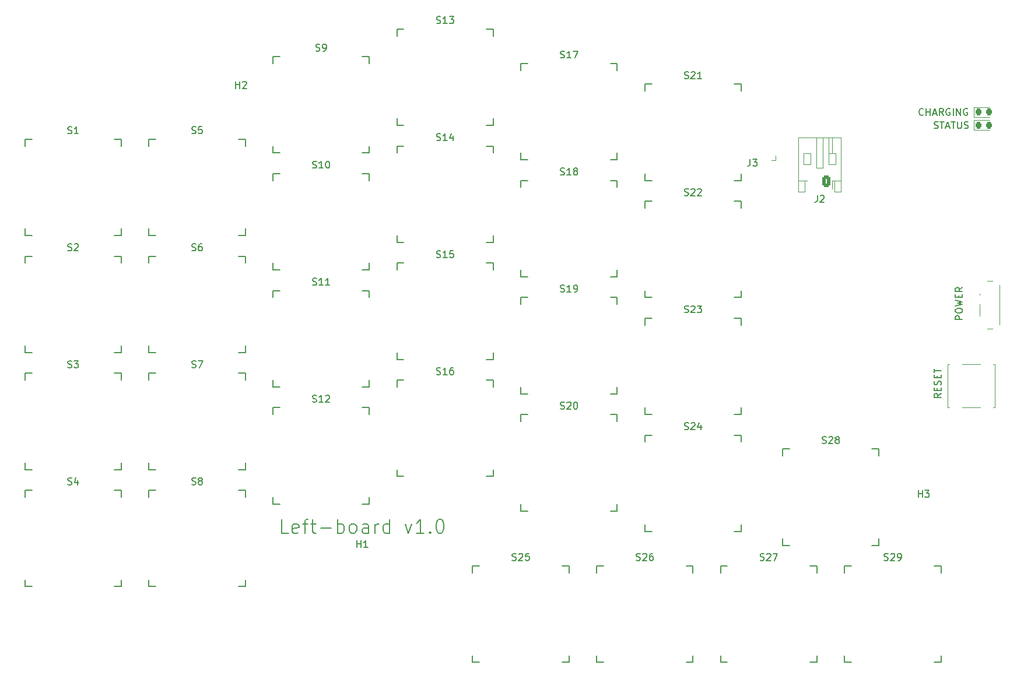
<source format=gto>
G04 #@! TF.GenerationSoftware,KiCad,Pcbnew,7.0.9*
G04 #@! TF.CreationDate,2024-01-11T22:18:43+01:00*
G04 #@! TF.ProjectId,keyboard,6b657962-6f61-4726-942e-6b696361645f,v1.0.0*
G04 #@! TF.SameCoordinates,Original*
G04 #@! TF.FileFunction,Legend,Top*
G04 #@! TF.FilePolarity,Positive*
%FSLAX46Y46*%
G04 Gerber Fmt 4.6, Leading zero omitted, Abs format (unit mm)*
G04 Created by KiCad (PCBNEW 7.0.9) date 2024-01-11 22:18:43*
%MOMM*%
%LPD*%
G01*
G04 APERTURE LIST*
G04 Aperture macros list*
%AMRoundRect*
0 Rectangle with rounded corners*
0 $1 Rounding radius*
0 $2 $3 $4 $5 $6 $7 $8 $9 X,Y pos of 4 corners*
0 Add a 4 corners polygon primitive as box body*
4,1,4,$2,$3,$4,$5,$6,$7,$8,$9,$2,$3,0*
0 Add four circle primitives for the rounded corners*
1,1,$1+$1,$2,$3*
1,1,$1+$1,$4,$5*
1,1,$1+$1,$6,$7*
1,1,$1+$1,$8,$9*
0 Add four rect primitives between the rounded corners*
20,1,$1+$1,$2,$3,$4,$5,0*
20,1,$1+$1,$4,$5,$6,$7,0*
20,1,$1+$1,$6,$7,$8,$9,0*
20,1,$1+$1,$8,$9,$2,$3,0*%
G04 Aperture macros list end*
%ADD10C,0.150000*%
%ADD11C,0.120000*%
%ADD12O,1.800000X1.000000*%
%ADD13O,2.200000X1.000000*%
%ADD14C,2.200000*%
%ADD15C,1.701800*%
%ADD16C,3.000000*%
%ADD17C,3.429000*%
%ADD18C,2.032000*%
%ADD19R,0.800000X1.000000*%
%ADD20C,0.900000*%
%ADD21R,1.500000X0.700000*%
%ADD22C,0.990600*%
%ADD23C,0.787400*%
%ADD24R,1.300000X1.550000*%
%ADD25RoundRect,0.218750X-0.218750X-0.256250X0.218750X-0.256250X0.218750X0.256250X-0.218750X0.256250X0*%
%ADD26RoundRect,0.250000X0.350000X0.625000X-0.350000X0.625000X-0.350000X-0.625000X0.350000X-0.625000X0*%
%ADD27O,1.200000X1.750000*%
G04 APERTURE END LIST*
D10*
X175377255Y-149072438D02*
X174424874Y-149072438D01*
X174424874Y-149072438D02*
X174424874Y-147072438D01*
X176805827Y-148977200D02*
X176615351Y-149072438D01*
X176615351Y-149072438D02*
X176234398Y-149072438D01*
X176234398Y-149072438D02*
X176043922Y-148977200D01*
X176043922Y-148977200D02*
X175948684Y-148786723D01*
X175948684Y-148786723D02*
X175948684Y-148024819D01*
X175948684Y-148024819D02*
X176043922Y-147834342D01*
X176043922Y-147834342D02*
X176234398Y-147739104D01*
X176234398Y-147739104D02*
X176615351Y-147739104D01*
X176615351Y-147739104D02*
X176805827Y-147834342D01*
X176805827Y-147834342D02*
X176901065Y-148024819D01*
X176901065Y-148024819D02*
X176901065Y-148215295D01*
X176901065Y-148215295D02*
X175948684Y-148405771D01*
X177472494Y-147739104D02*
X178234398Y-147739104D01*
X177758208Y-149072438D02*
X177758208Y-147358152D01*
X177758208Y-147358152D02*
X177853446Y-147167676D01*
X177853446Y-147167676D02*
X178043922Y-147072438D01*
X178043922Y-147072438D02*
X178234398Y-147072438D01*
X178615351Y-147739104D02*
X179377255Y-147739104D01*
X178901065Y-147072438D02*
X178901065Y-148786723D01*
X178901065Y-148786723D02*
X178996303Y-148977200D01*
X178996303Y-148977200D02*
X179186779Y-149072438D01*
X179186779Y-149072438D02*
X179377255Y-149072438D01*
X180043922Y-148310533D02*
X181567732Y-148310533D01*
X182520112Y-149072438D02*
X182520112Y-147072438D01*
X182520112Y-147834342D02*
X182710588Y-147739104D01*
X182710588Y-147739104D02*
X183091541Y-147739104D01*
X183091541Y-147739104D02*
X183282017Y-147834342D01*
X183282017Y-147834342D02*
X183377255Y-147929580D01*
X183377255Y-147929580D02*
X183472493Y-148120057D01*
X183472493Y-148120057D02*
X183472493Y-148691485D01*
X183472493Y-148691485D02*
X183377255Y-148881961D01*
X183377255Y-148881961D02*
X183282017Y-148977200D01*
X183282017Y-148977200D02*
X183091541Y-149072438D01*
X183091541Y-149072438D02*
X182710588Y-149072438D01*
X182710588Y-149072438D02*
X182520112Y-148977200D01*
X184615350Y-149072438D02*
X184424874Y-148977200D01*
X184424874Y-148977200D02*
X184329636Y-148881961D01*
X184329636Y-148881961D02*
X184234398Y-148691485D01*
X184234398Y-148691485D02*
X184234398Y-148120057D01*
X184234398Y-148120057D02*
X184329636Y-147929580D01*
X184329636Y-147929580D02*
X184424874Y-147834342D01*
X184424874Y-147834342D02*
X184615350Y-147739104D01*
X184615350Y-147739104D02*
X184901065Y-147739104D01*
X184901065Y-147739104D02*
X185091541Y-147834342D01*
X185091541Y-147834342D02*
X185186779Y-147929580D01*
X185186779Y-147929580D02*
X185282017Y-148120057D01*
X185282017Y-148120057D02*
X185282017Y-148691485D01*
X185282017Y-148691485D02*
X185186779Y-148881961D01*
X185186779Y-148881961D02*
X185091541Y-148977200D01*
X185091541Y-148977200D02*
X184901065Y-149072438D01*
X184901065Y-149072438D02*
X184615350Y-149072438D01*
X186996303Y-149072438D02*
X186996303Y-148024819D01*
X186996303Y-148024819D02*
X186901065Y-147834342D01*
X186901065Y-147834342D02*
X186710589Y-147739104D01*
X186710589Y-147739104D02*
X186329636Y-147739104D01*
X186329636Y-147739104D02*
X186139160Y-147834342D01*
X186996303Y-148977200D02*
X186805827Y-149072438D01*
X186805827Y-149072438D02*
X186329636Y-149072438D01*
X186329636Y-149072438D02*
X186139160Y-148977200D01*
X186139160Y-148977200D02*
X186043922Y-148786723D01*
X186043922Y-148786723D02*
X186043922Y-148596247D01*
X186043922Y-148596247D02*
X186139160Y-148405771D01*
X186139160Y-148405771D02*
X186329636Y-148310533D01*
X186329636Y-148310533D02*
X186805827Y-148310533D01*
X186805827Y-148310533D02*
X186996303Y-148215295D01*
X187948684Y-149072438D02*
X187948684Y-147739104D01*
X187948684Y-148120057D02*
X188043922Y-147929580D01*
X188043922Y-147929580D02*
X188139160Y-147834342D01*
X188139160Y-147834342D02*
X188329636Y-147739104D01*
X188329636Y-147739104D02*
X188520113Y-147739104D01*
X190043922Y-149072438D02*
X190043922Y-147072438D01*
X190043922Y-148977200D02*
X189853446Y-149072438D01*
X189853446Y-149072438D02*
X189472493Y-149072438D01*
X189472493Y-149072438D02*
X189282017Y-148977200D01*
X189282017Y-148977200D02*
X189186779Y-148881961D01*
X189186779Y-148881961D02*
X189091541Y-148691485D01*
X189091541Y-148691485D02*
X189091541Y-148120057D01*
X189091541Y-148120057D02*
X189186779Y-147929580D01*
X189186779Y-147929580D02*
X189282017Y-147834342D01*
X189282017Y-147834342D02*
X189472493Y-147739104D01*
X189472493Y-147739104D02*
X189853446Y-147739104D01*
X189853446Y-147739104D02*
X190043922Y-147834342D01*
X192329637Y-147739104D02*
X192805827Y-149072438D01*
X192805827Y-149072438D02*
X193282018Y-147739104D01*
X195091542Y-149072438D02*
X193948685Y-149072438D01*
X194520113Y-149072438D02*
X194520113Y-147072438D01*
X194520113Y-147072438D02*
X194329637Y-147358152D01*
X194329637Y-147358152D02*
X194139161Y-147548628D01*
X194139161Y-147548628D02*
X193948685Y-147643866D01*
X195948685Y-148881961D02*
X196043923Y-148977200D01*
X196043923Y-148977200D02*
X195948685Y-149072438D01*
X195948685Y-149072438D02*
X195853447Y-148977200D01*
X195853447Y-148977200D02*
X195948685Y-148881961D01*
X195948685Y-148881961D02*
X195948685Y-149072438D01*
X197282018Y-147072438D02*
X197472495Y-147072438D01*
X197472495Y-147072438D02*
X197662971Y-147167676D01*
X197662971Y-147167676D02*
X197758209Y-147262914D01*
X197758209Y-147262914D02*
X197853447Y-147453390D01*
X197853447Y-147453390D02*
X197948685Y-147834342D01*
X197948685Y-147834342D02*
X197948685Y-148310533D01*
X197948685Y-148310533D02*
X197853447Y-148691485D01*
X197853447Y-148691485D02*
X197758209Y-148881961D01*
X197758209Y-148881961D02*
X197662971Y-148977200D01*
X197662971Y-148977200D02*
X197472495Y-149072438D01*
X197472495Y-149072438D02*
X197282018Y-149072438D01*
X197282018Y-149072438D02*
X197091542Y-148977200D01*
X197091542Y-148977200D02*
X196996304Y-148881961D01*
X196996304Y-148881961D02*
X196901066Y-148691485D01*
X196901066Y-148691485D02*
X196805828Y-148310533D01*
X196805828Y-148310533D02*
X196805828Y-147834342D01*
X196805828Y-147834342D02*
X196901066Y-147453390D01*
X196901066Y-147453390D02*
X196996304Y-147262914D01*
X196996304Y-147262914D02*
X197091542Y-147167676D01*
X197091542Y-147167676D02*
X197282018Y-147072438D01*
X269139160Y-90247200D02*
X269282017Y-90294819D01*
X269282017Y-90294819D02*
X269520112Y-90294819D01*
X269520112Y-90294819D02*
X269615350Y-90247200D01*
X269615350Y-90247200D02*
X269662969Y-90199580D01*
X269662969Y-90199580D02*
X269710588Y-90104342D01*
X269710588Y-90104342D02*
X269710588Y-90009104D01*
X269710588Y-90009104D02*
X269662969Y-89913866D01*
X269662969Y-89913866D02*
X269615350Y-89866247D01*
X269615350Y-89866247D02*
X269520112Y-89818628D01*
X269520112Y-89818628D02*
X269329636Y-89771009D01*
X269329636Y-89771009D02*
X269234398Y-89723390D01*
X269234398Y-89723390D02*
X269186779Y-89675771D01*
X269186779Y-89675771D02*
X269139160Y-89580533D01*
X269139160Y-89580533D02*
X269139160Y-89485295D01*
X269139160Y-89485295D02*
X269186779Y-89390057D01*
X269186779Y-89390057D02*
X269234398Y-89342438D01*
X269234398Y-89342438D02*
X269329636Y-89294819D01*
X269329636Y-89294819D02*
X269567731Y-89294819D01*
X269567731Y-89294819D02*
X269710588Y-89342438D01*
X269996303Y-89294819D02*
X270567731Y-89294819D01*
X270282017Y-90294819D02*
X270282017Y-89294819D01*
X270853446Y-90009104D02*
X271329636Y-90009104D01*
X270758208Y-90294819D02*
X271091541Y-89294819D01*
X271091541Y-89294819D02*
X271424874Y-90294819D01*
X271615351Y-89294819D02*
X272186779Y-89294819D01*
X271901065Y-90294819D02*
X271901065Y-89294819D01*
X272520113Y-89294819D02*
X272520113Y-90104342D01*
X272520113Y-90104342D02*
X272567732Y-90199580D01*
X272567732Y-90199580D02*
X272615351Y-90247200D01*
X272615351Y-90247200D02*
X272710589Y-90294819D01*
X272710589Y-90294819D02*
X272901065Y-90294819D01*
X272901065Y-90294819D02*
X272996303Y-90247200D01*
X272996303Y-90247200D02*
X273043922Y-90199580D01*
X273043922Y-90199580D02*
X273091541Y-90104342D01*
X273091541Y-90104342D02*
X273091541Y-89294819D01*
X273520113Y-90247200D02*
X273662970Y-90294819D01*
X273662970Y-90294819D02*
X273901065Y-90294819D01*
X273901065Y-90294819D02*
X273996303Y-90247200D01*
X273996303Y-90247200D02*
X274043922Y-90199580D01*
X274043922Y-90199580D02*
X274091541Y-90104342D01*
X274091541Y-90104342D02*
X274091541Y-90009104D01*
X274091541Y-90009104D02*
X274043922Y-89913866D01*
X274043922Y-89913866D02*
X273996303Y-89866247D01*
X273996303Y-89866247D02*
X273901065Y-89818628D01*
X273901065Y-89818628D02*
X273710589Y-89771009D01*
X273710589Y-89771009D02*
X273615351Y-89723390D01*
X273615351Y-89723390D02*
X273567732Y-89675771D01*
X273567732Y-89675771D02*
X273520113Y-89580533D01*
X273520113Y-89580533D02*
X273520113Y-89485295D01*
X273520113Y-89485295D02*
X273567732Y-89390057D01*
X273567732Y-89390057D02*
X273615351Y-89342438D01*
X273615351Y-89342438D02*
X273710589Y-89294819D01*
X273710589Y-89294819D02*
X273948684Y-89294819D01*
X273948684Y-89294819D02*
X274091541Y-89342438D01*
X267558207Y-88299580D02*
X267510588Y-88347200D01*
X267510588Y-88347200D02*
X267367731Y-88394819D01*
X267367731Y-88394819D02*
X267272493Y-88394819D01*
X267272493Y-88394819D02*
X267129636Y-88347200D01*
X267129636Y-88347200D02*
X267034398Y-88251961D01*
X267034398Y-88251961D02*
X266986779Y-88156723D01*
X266986779Y-88156723D02*
X266939160Y-87966247D01*
X266939160Y-87966247D02*
X266939160Y-87823390D01*
X266939160Y-87823390D02*
X266986779Y-87632914D01*
X266986779Y-87632914D02*
X267034398Y-87537676D01*
X267034398Y-87537676D02*
X267129636Y-87442438D01*
X267129636Y-87442438D02*
X267272493Y-87394819D01*
X267272493Y-87394819D02*
X267367731Y-87394819D01*
X267367731Y-87394819D02*
X267510588Y-87442438D01*
X267510588Y-87442438D02*
X267558207Y-87490057D01*
X267986779Y-88394819D02*
X267986779Y-87394819D01*
X267986779Y-87871009D02*
X268558207Y-87871009D01*
X268558207Y-88394819D02*
X268558207Y-87394819D01*
X268986779Y-88109104D02*
X269462969Y-88109104D01*
X268891541Y-88394819D02*
X269224874Y-87394819D01*
X269224874Y-87394819D02*
X269558207Y-88394819D01*
X270462969Y-88394819D02*
X270129636Y-87918628D01*
X269891541Y-88394819D02*
X269891541Y-87394819D01*
X269891541Y-87394819D02*
X270272493Y-87394819D01*
X270272493Y-87394819D02*
X270367731Y-87442438D01*
X270367731Y-87442438D02*
X270415350Y-87490057D01*
X270415350Y-87490057D02*
X270462969Y-87585295D01*
X270462969Y-87585295D02*
X270462969Y-87728152D01*
X270462969Y-87728152D02*
X270415350Y-87823390D01*
X270415350Y-87823390D02*
X270367731Y-87871009D01*
X270367731Y-87871009D02*
X270272493Y-87918628D01*
X270272493Y-87918628D02*
X269891541Y-87918628D01*
X271415350Y-87442438D02*
X271320112Y-87394819D01*
X271320112Y-87394819D02*
X271177255Y-87394819D01*
X271177255Y-87394819D02*
X271034398Y-87442438D01*
X271034398Y-87442438D02*
X270939160Y-87537676D01*
X270939160Y-87537676D02*
X270891541Y-87632914D01*
X270891541Y-87632914D02*
X270843922Y-87823390D01*
X270843922Y-87823390D02*
X270843922Y-87966247D01*
X270843922Y-87966247D02*
X270891541Y-88156723D01*
X270891541Y-88156723D02*
X270939160Y-88251961D01*
X270939160Y-88251961D02*
X271034398Y-88347200D01*
X271034398Y-88347200D02*
X271177255Y-88394819D01*
X271177255Y-88394819D02*
X271272493Y-88394819D01*
X271272493Y-88394819D02*
X271415350Y-88347200D01*
X271415350Y-88347200D02*
X271462969Y-88299580D01*
X271462969Y-88299580D02*
X271462969Y-87966247D01*
X271462969Y-87966247D02*
X271272493Y-87966247D01*
X271891541Y-88394819D02*
X271891541Y-87394819D01*
X272367731Y-88394819D02*
X272367731Y-87394819D01*
X272367731Y-87394819D02*
X272939159Y-88394819D01*
X272939159Y-88394819D02*
X272939159Y-87394819D01*
X273939159Y-87442438D02*
X273843921Y-87394819D01*
X273843921Y-87394819D02*
X273701064Y-87394819D01*
X273701064Y-87394819D02*
X273558207Y-87442438D01*
X273558207Y-87442438D02*
X273462969Y-87537676D01*
X273462969Y-87537676D02*
X273415350Y-87632914D01*
X273415350Y-87632914D02*
X273367731Y-87823390D01*
X273367731Y-87823390D02*
X273367731Y-87966247D01*
X273367731Y-87966247D02*
X273415350Y-88156723D01*
X273415350Y-88156723D02*
X273462969Y-88251961D01*
X273462969Y-88251961D02*
X273558207Y-88347200D01*
X273558207Y-88347200D02*
X273701064Y-88394819D01*
X273701064Y-88394819D02*
X273796302Y-88394819D01*
X273796302Y-88394819D02*
X273939159Y-88347200D01*
X273939159Y-88347200D02*
X273986778Y-88299580D01*
X273986778Y-88299580D02*
X273986778Y-87966247D01*
X273986778Y-87966247D02*
X273796302Y-87966247D01*
X273219819Y-118038220D02*
X272219819Y-118038220D01*
X272219819Y-118038220D02*
X272219819Y-117657268D01*
X272219819Y-117657268D02*
X272267438Y-117562030D01*
X272267438Y-117562030D02*
X272315057Y-117514411D01*
X272315057Y-117514411D02*
X272410295Y-117466792D01*
X272410295Y-117466792D02*
X272553152Y-117466792D01*
X272553152Y-117466792D02*
X272648390Y-117514411D01*
X272648390Y-117514411D02*
X272696009Y-117562030D01*
X272696009Y-117562030D02*
X272743628Y-117657268D01*
X272743628Y-117657268D02*
X272743628Y-118038220D01*
X272219819Y-116847744D02*
X272219819Y-116657268D01*
X272219819Y-116657268D02*
X272267438Y-116562030D01*
X272267438Y-116562030D02*
X272362676Y-116466792D01*
X272362676Y-116466792D02*
X272553152Y-116419173D01*
X272553152Y-116419173D02*
X272886485Y-116419173D01*
X272886485Y-116419173D02*
X273076961Y-116466792D01*
X273076961Y-116466792D02*
X273172200Y-116562030D01*
X273172200Y-116562030D02*
X273219819Y-116657268D01*
X273219819Y-116657268D02*
X273219819Y-116847744D01*
X273219819Y-116847744D02*
X273172200Y-116942982D01*
X273172200Y-116942982D02*
X273076961Y-117038220D01*
X273076961Y-117038220D02*
X272886485Y-117085839D01*
X272886485Y-117085839D02*
X272553152Y-117085839D01*
X272553152Y-117085839D02*
X272362676Y-117038220D01*
X272362676Y-117038220D02*
X272267438Y-116942982D01*
X272267438Y-116942982D02*
X272219819Y-116847744D01*
X272219819Y-116085839D02*
X273219819Y-115847744D01*
X273219819Y-115847744D02*
X272505533Y-115657268D01*
X272505533Y-115657268D02*
X273219819Y-115466792D01*
X273219819Y-115466792D02*
X272219819Y-115228697D01*
X272696009Y-114847744D02*
X272696009Y-114514411D01*
X273219819Y-114371554D02*
X273219819Y-114847744D01*
X273219819Y-114847744D02*
X272219819Y-114847744D01*
X272219819Y-114847744D02*
X272219819Y-114371554D01*
X273219819Y-113371554D02*
X272743628Y-113704887D01*
X273219819Y-113942982D02*
X272219819Y-113942982D01*
X272219819Y-113942982D02*
X272219819Y-113562030D01*
X272219819Y-113562030D02*
X272267438Y-113466792D01*
X272267438Y-113466792D02*
X272315057Y-113419173D01*
X272315057Y-113419173D02*
X272410295Y-113371554D01*
X272410295Y-113371554D02*
X272553152Y-113371554D01*
X272553152Y-113371554D02*
X272648390Y-113419173D01*
X272648390Y-113419173D02*
X272696009Y-113466792D01*
X272696009Y-113466792D02*
X272743628Y-113562030D01*
X272743628Y-113562030D02*
X272743628Y-113942982D01*
X270119819Y-128816792D02*
X269643628Y-129150125D01*
X270119819Y-129388220D02*
X269119819Y-129388220D01*
X269119819Y-129388220D02*
X269119819Y-129007268D01*
X269119819Y-129007268D02*
X269167438Y-128912030D01*
X269167438Y-128912030D02*
X269215057Y-128864411D01*
X269215057Y-128864411D02*
X269310295Y-128816792D01*
X269310295Y-128816792D02*
X269453152Y-128816792D01*
X269453152Y-128816792D02*
X269548390Y-128864411D01*
X269548390Y-128864411D02*
X269596009Y-128912030D01*
X269596009Y-128912030D02*
X269643628Y-129007268D01*
X269643628Y-129007268D02*
X269643628Y-129388220D01*
X269596009Y-128388220D02*
X269596009Y-128054887D01*
X270119819Y-127912030D02*
X270119819Y-128388220D01*
X270119819Y-128388220D02*
X269119819Y-128388220D01*
X269119819Y-128388220D02*
X269119819Y-127912030D01*
X270072200Y-127531077D02*
X270119819Y-127388220D01*
X270119819Y-127388220D02*
X270119819Y-127150125D01*
X270119819Y-127150125D02*
X270072200Y-127054887D01*
X270072200Y-127054887D02*
X270024580Y-127007268D01*
X270024580Y-127007268D02*
X269929342Y-126959649D01*
X269929342Y-126959649D02*
X269834104Y-126959649D01*
X269834104Y-126959649D02*
X269738866Y-127007268D01*
X269738866Y-127007268D02*
X269691247Y-127054887D01*
X269691247Y-127054887D02*
X269643628Y-127150125D01*
X269643628Y-127150125D02*
X269596009Y-127340601D01*
X269596009Y-127340601D02*
X269548390Y-127435839D01*
X269548390Y-127435839D02*
X269500771Y-127483458D01*
X269500771Y-127483458D02*
X269405533Y-127531077D01*
X269405533Y-127531077D02*
X269310295Y-127531077D01*
X269310295Y-127531077D02*
X269215057Y-127483458D01*
X269215057Y-127483458D02*
X269167438Y-127435839D01*
X269167438Y-127435839D02*
X269119819Y-127340601D01*
X269119819Y-127340601D02*
X269119819Y-127102506D01*
X269119819Y-127102506D02*
X269167438Y-126959649D01*
X269596009Y-126531077D02*
X269596009Y-126197744D01*
X270119819Y-126054887D02*
X270119819Y-126531077D01*
X270119819Y-126531077D02*
X269119819Y-126531077D01*
X269119819Y-126531077D02*
X269119819Y-126054887D01*
X269119819Y-125769172D02*
X269119819Y-125197744D01*
X270119819Y-125483458D02*
X269119819Y-125483458D01*
X266838095Y-143854819D02*
X266838095Y-142854819D01*
X266838095Y-143331009D02*
X267409523Y-143331009D01*
X267409523Y-143854819D02*
X267409523Y-142854819D01*
X267790476Y-142854819D02*
X268409523Y-142854819D01*
X268409523Y-142854819D02*
X268076190Y-143235771D01*
X268076190Y-143235771D02*
X268219047Y-143235771D01*
X268219047Y-143235771D02*
X268314285Y-143283390D01*
X268314285Y-143283390D02*
X268361904Y-143331009D01*
X268361904Y-143331009D02*
X268409523Y-143426247D01*
X268409523Y-143426247D02*
X268409523Y-143664342D01*
X268409523Y-143664342D02*
X268361904Y-143759580D01*
X268361904Y-143759580D02*
X268314285Y-143807200D01*
X268314285Y-143807200D02*
X268219047Y-143854819D01*
X268219047Y-143854819D02*
X267933333Y-143854819D01*
X267933333Y-143854819D02*
X267838095Y-143807200D01*
X267838095Y-143807200D02*
X267790476Y-143759580D01*
X167738095Y-84454819D02*
X167738095Y-83454819D01*
X167738095Y-83931009D02*
X168309523Y-83931009D01*
X168309523Y-84454819D02*
X168309523Y-83454819D01*
X168738095Y-83550057D02*
X168785714Y-83502438D01*
X168785714Y-83502438D02*
X168880952Y-83454819D01*
X168880952Y-83454819D02*
X169119047Y-83454819D01*
X169119047Y-83454819D02*
X169214285Y-83502438D01*
X169214285Y-83502438D02*
X169261904Y-83550057D01*
X169261904Y-83550057D02*
X169309523Y-83645295D01*
X169309523Y-83645295D02*
X169309523Y-83740533D01*
X169309523Y-83740533D02*
X169261904Y-83883390D01*
X169261904Y-83883390D02*
X168690476Y-84454819D01*
X168690476Y-84454819D02*
X169309523Y-84454819D01*
X185338095Y-151154819D02*
X185338095Y-150154819D01*
X185338095Y-150631009D02*
X185909523Y-150631009D01*
X185909523Y-151154819D02*
X185909523Y-150154819D01*
X186909523Y-151154819D02*
X186338095Y-151154819D01*
X186623809Y-151154819D02*
X186623809Y-150154819D01*
X186623809Y-150154819D02*
X186528571Y-150297676D01*
X186528571Y-150297676D02*
X186433333Y-150392914D01*
X186433333Y-150392914D02*
X186338095Y-150440533D01*
X232881905Y-133992200D02*
X233024762Y-134039819D01*
X233024762Y-134039819D02*
X233262857Y-134039819D01*
X233262857Y-134039819D02*
X233358095Y-133992200D01*
X233358095Y-133992200D02*
X233405714Y-133944580D01*
X233405714Y-133944580D02*
X233453333Y-133849342D01*
X233453333Y-133849342D02*
X233453333Y-133754104D01*
X233453333Y-133754104D02*
X233405714Y-133658866D01*
X233405714Y-133658866D02*
X233358095Y-133611247D01*
X233358095Y-133611247D02*
X233262857Y-133563628D01*
X233262857Y-133563628D02*
X233072381Y-133516009D01*
X233072381Y-133516009D02*
X232977143Y-133468390D01*
X232977143Y-133468390D02*
X232929524Y-133420771D01*
X232929524Y-133420771D02*
X232881905Y-133325533D01*
X232881905Y-133325533D02*
X232881905Y-133230295D01*
X232881905Y-133230295D02*
X232929524Y-133135057D01*
X232929524Y-133135057D02*
X232977143Y-133087438D01*
X232977143Y-133087438D02*
X233072381Y-133039819D01*
X233072381Y-133039819D02*
X233310476Y-133039819D01*
X233310476Y-133039819D02*
X233453333Y-133087438D01*
X233834286Y-133135057D02*
X233881905Y-133087438D01*
X233881905Y-133087438D02*
X233977143Y-133039819D01*
X233977143Y-133039819D02*
X234215238Y-133039819D01*
X234215238Y-133039819D02*
X234310476Y-133087438D01*
X234310476Y-133087438D02*
X234358095Y-133135057D01*
X234358095Y-133135057D02*
X234405714Y-133230295D01*
X234405714Y-133230295D02*
X234405714Y-133325533D01*
X234405714Y-133325533D02*
X234358095Y-133468390D01*
X234358095Y-133468390D02*
X233786667Y-134039819D01*
X233786667Y-134039819D02*
X234405714Y-134039819D01*
X235262857Y-133373152D02*
X235262857Y-134039819D01*
X235024762Y-132992200D02*
X234786667Y-133706485D01*
X234786667Y-133706485D02*
X235405714Y-133706485D01*
X178881905Y-95992200D02*
X179024762Y-96039819D01*
X179024762Y-96039819D02*
X179262857Y-96039819D01*
X179262857Y-96039819D02*
X179358095Y-95992200D01*
X179358095Y-95992200D02*
X179405714Y-95944580D01*
X179405714Y-95944580D02*
X179453333Y-95849342D01*
X179453333Y-95849342D02*
X179453333Y-95754104D01*
X179453333Y-95754104D02*
X179405714Y-95658866D01*
X179405714Y-95658866D02*
X179358095Y-95611247D01*
X179358095Y-95611247D02*
X179262857Y-95563628D01*
X179262857Y-95563628D02*
X179072381Y-95516009D01*
X179072381Y-95516009D02*
X178977143Y-95468390D01*
X178977143Y-95468390D02*
X178929524Y-95420771D01*
X178929524Y-95420771D02*
X178881905Y-95325533D01*
X178881905Y-95325533D02*
X178881905Y-95230295D01*
X178881905Y-95230295D02*
X178929524Y-95135057D01*
X178929524Y-95135057D02*
X178977143Y-95087438D01*
X178977143Y-95087438D02*
X179072381Y-95039819D01*
X179072381Y-95039819D02*
X179310476Y-95039819D01*
X179310476Y-95039819D02*
X179453333Y-95087438D01*
X180405714Y-96039819D02*
X179834286Y-96039819D01*
X180120000Y-96039819D02*
X180120000Y-95039819D01*
X180120000Y-95039819D02*
X180024762Y-95182676D01*
X180024762Y-95182676D02*
X179929524Y-95277914D01*
X179929524Y-95277914D02*
X179834286Y-95325533D01*
X181024762Y-95039819D02*
X181120000Y-95039819D01*
X181120000Y-95039819D02*
X181215238Y-95087438D01*
X181215238Y-95087438D02*
X181262857Y-95135057D01*
X181262857Y-95135057D02*
X181310476Y-95230295D01*
X181310476Y-95230295D02*
X181358095Y-95420771D01*
X181358095Y-95420771D02*
X181358095Y-95658866D01*
X181358095Y-95658866D02*
X181310476Y-95849342D01*
X181310476Y-95849342D02*
X181262857Y-95944580D01*
X181262857Y-95944580D02*
X181215238Y-95992200D01*
X181215238Y-95992200D02*
X181120000Y-96039819D01*
X181120000Y-96039819D02*
X181024762Y-96039819D01*
X181024762Y-96039819D02*
X180929524Y-95992200D01*
X180929524Y-95992200D02*
X180881905Y-95944580D01*
X180881905Y-95944580D02*
X180834286Y-95849342D01*
X180834286Y-95849342D02*
X180786667Y-95658866D01*
X180786667Y-95658866D02*
X180786667Y-95420771D01*
X180786667Y-95420771D02*
X180834286Y-95230295D01*
X180834286Y-95230295D02*
X180881905Y-95135057D01*
X180881905Y-95135057D02*
X180929524Y-95087438D01*
X180929524Y-95087438D02*
X181024762Y-95039819D01*
X161358095Y-90992200D02*
X161500952Y-91039819D01*
X161500952Y-91039819D02*
X161739047Y-91039819D01*
X161739047Y-91039819D02*
X161834285Y-90992200D01*
X161834285Y-90992200D02*
X161881904Y-90944580D01*
X161881904Y-90944580D02*
X161929523Y-90849342D01*
X161929523Y-90849342D02*
X161929523Y-90754104D01*
X161929523Y-90754104D02*
X161881904Y-90658866D01*
X161881904Y-90658866D02*
X161834285Y-90611247D01*
X161834285Y-90611247D02*
X161739047Y-90563628D01*
X161739047Y-90563628D02*
X161548571Y-90516009D01*
X161548571Y-90516009D02*
X161453333Y-90468390D01*
X161453333Y-90468390D02*
X161405714Y-90420771D01*
X161405714Y-90420771D02*
X161358095Y-90325533D01*
X161358095Y-90325533D02*
X161358095Y-90230295D01*
X161358095Y-90230295D02*
X161405714Y-90135057D01*
X161405714Y-90135057D02*
X161453333Y-90087438D01*
X161453333Y-90087438D02*
X161548571Y-90039819D01*
X161548571Y-90039819D02*
X161786666Y-90039819D01*
X161786666Y-90039819D02*
X161929523Y-90087438D01*
X162834285Y-90039819D02*
X162358095Y-90039819D01*
X162358095Y-90039819D02*
X162310476Y-90516009D01*
X162310476Y-90516009D02*
X162358095Y-90468390D01*
X162358095Y-90468390D02*
X162453333Y-90420771D01*
X162453333Y-90420771D02*
X162691428Y-90420771D01*
X162691428Y-90420771D02*
X162786666Y-90468390D01*
X162786666Y-90468390D02*
X162834285Y-90516009D01*
X162834285Y-90516009D02*
X162881904Y-90611247D01*
X162881904Y-90611247D02*
X162881904Y-90849342D01*
X162881904Y-90849342D02*
X162834285Y-90944580D01*
X162834285Y-90944580D02*
X162786666Y-90992200D01*
X162786666Y-90992200D02*
X162691428Y-91039819D01*
X162691428Y-91039819D02*
X162453333Y-91039819D01*
X162453333Y-91039819D02*
X162358095Y-90992200D01*
X162358095Y-90992200D02*
X162310476Y-90944580D01*
X261881905Y-152992200D02*
X262024762Y-153039819D01*
X262024762Y-153039819D02*
X262262857Y-153039819D01*
X262262857Y-153039819D02*
X262358095Y-152992200D01*
X262358095Y-152992200D02*
X262405714Y-152944580D01*
X262405714Y-152944580D02*
X262453333Y-152849342D01*
X262453333Y-152849342D02*
X262453333Y-152754104D01*
X262453333Y-152754104D02*
X262405714Y-152658866D01*
X262405714Y-152658866D02*
X262358095Y-152611247D01*
X262358095Y-152611247D02*
X262262857Y-152563628D01*
X262262857Y-152563628D02*
X262072381Y-152516009D01*
X262072381Y-152516009D02*
X261977143Y-152468390D01*
X261977143Y-152468390D02*
X261929524Y-152420771D01*
X261929524Y-152420771D02*
X261881905Y-152325533D01*
X261881905Y-152325533D02*
X261881905Y-152230295D01*
X261881905Y-152230295D02*
X261929524Y-152135057D01*
X261929524Y-152135057D02*
X261977143Y-152087438D01*
X261977143Y-152087438D02*
X262072381Y-152039819D01*
X262072381Y-152039819D02*
X262310476Y-152039819D01*
X262310476Y-152039819D02*
X262453333Y-152087438D01*
X262834286Y-152135057D02*
X262881905Y-152087438D01*
X262881905Y-152087438D02*
X262977143Y-152039819D01*
X262977143Y-152039819D02*
X263215238Y-152039819D01*
X263215238Y-152039819D02*
X263310476Y-152087438D01*
X263310476Y-152087438D02*
X263358095Y-152135057D01*
X263358095Y-152135057D02*
X263405714Y-152230295D01*
X263405714Y-152230295D02*
X263405714Y-152325533D01*
X263405714Y-152325533D02*
X263358095Y-152468390D01*
X263358095Y-152468390D02*
X262786667Y-153039819D01*
X262786667Y-153039819D02*
X263405714Y-153039819D01*
X263881905Y-153039819D02*
X264072381Y-153039819D01*
X264072381Y-153039819D02*
X264167619Y-152992200D01*
X264167619Y-152992200D02*
X264215238Y-152944580D01*
X264215238Y-152944580D02*
X264310476Y-152801723D01*
X264310476Y-152801723D02*
X264358095Y-152611247D01*
X264358095Y-152611247D02*
X264358095Y-152230295D01*
X264358095Y-152230295D02*
X264310476Y-152135057D01*
X264310476Y-152135057D02*
X264262857Y-152087438D01*
X264262857Y-152087438D02*
X264167619Y-152039819D01*
X264167619Y-152039819D02*
X263977143Y-152039819D01*
X263977143Y-152039819D02*
X263881905Y-152087438D01*
X263881905Y-152087438D02*
X263834286Y-152135057D01*
X263834286Y-152135057D02*
X263786667Y-152230295D01*
X263786667Y-152230295D02*
X263786667Y-152468390D01*
X263786667Y-152468390D02*
X263834286Y-152563628D01*
X263834286Y-152563628D02*
X263881905Y-152611247D01*
X263881905Y-152611247D02*
X263977143Y-152658866D01*
X263977143Y-152658866D02*
X264167619Y-152658866D01*
X264167619Y-152658866D02*
X264262857Y-152611247D01*
X264262857Y-152611247D02*
X264310476Y-152563628D01*
X264310476Y-152563628D02*
X264358095Y-152468390D01*
X143358095Y-107992200D02*
X143500952Y-108039819D01*
X143500952Y-108039819D02*
X143739047Y-108039819D01*
X143739047Y-108039819D02*
X143834285Y-107992200D01*
X143834285Y-107992200D02*
X143881904Y-107944580D01*
X143881904Y-107944580D02*
X143929523Y-107849342D01*
X143929523Y-107849342D02*
X143929523Y-107754104D01*
X143929523Y-107754104D02*
X143881904Y-107658866D01*
X143881904Y-107658866D02*
X143834285Y-107611247D01*
X143834285Y-107611247D02*
X143739047Y-107563628D01*
X143739047Y-107563628D02*
X143548571Y-107516009D01*
X143548571Y-107516009D02*
X143453333Y-107468390D01*
X143453333Y-107468390D02*
X143405714Y-107420771D01*
X143405714Y-107420771D02*
X143358095Y-107325533D01*
X143358095Y-107325533D02*
X143358095Y-107230295D01*
X143358095Y-107230295D02*
X143405714Y-107135057D01*
X143405714Y-107135057D02*
X143453333Y-107087438D01*
X143453333Y-107087438D02*
X143548571Y-107039819D01*
X143548571Y-107039819D02*
X143786666Y-107039819D01*
X143786666Y-107039819D02*
X143929523Y-107087438D01*
X144310476Y-107135057D02*
X144358095Y-107087438D01*
X144358095Y-107087438D02*
X144453333Y-107039819D01*
X144453333Y-107039819D02*
X144691428Y-107039819D01*
X144691428Y-107039819D02*
X144786666Y-107087438D01*
X144786666Y-107087438D02*
X144834285Y-107135057D01*
X144834285Y-107135057D02*
X144881904Y-107230295D01*
X144881904Y-107230295D02*
X144881904Y-107325533D01*
X144881904Y-107325533D02*
X144834285Y-107468390D01*
X144834285Y-107468390D02*
X144262857Y-108039819D01*
X144262857Y-108039819D02*
X144881904Y-108039819D01*
X143358095Y-124992200D02*
X143500952Y-125039819D01*
X143500952Y-125039819D02*
X143739047Y-125039819D01*
X143739047Y-125039819D02*
X143834285Y-124992200D01*
X143834285Y-124992200D02*
X143881904Y-124944580D01*
X143881904Y-124944580D02*
X143929523Y-124849342D01*
X143929523Y-124849342D02*
X143929523Y-124754104D01*
X143929523Y-124754104D02*
X143881904Y-124658866D01*
X143881904Y-124658866D02*
X143834285Y-124611247D01*
X143834285Y-124611247D02*
X143739047Y-124563628D01*
X143739047Y-124563628D02*
X143548571Y-124516009D01*
X143548571Y-124516009D02*
X143453333Y-124468390D01*
X143453333Y-124468390D02*
X143405714Y-124420771D01*
X143405714Y-124420771D02*
X143358095Y-124325533D01*
X143358095Y-124325533D02*
X143358095Y-124230295D01*
X143358095Y-124230295D02*
X143405714Y-124135057D01*
X143405714Y-124135057D02*
X143453333Y-124087438D01*
X143453333Y-124087438D02*
X143548571Y-124039819D01*
X143548571Y-124039819D02*
X143786666Y-124039819D01*
X143786666Y-124039819D02*
X143929523Y-124087438D01*
X144262857Y-124039819D02*
X144881904Y-124039819D01*
X144881904Y-124039819D02*
X144548571Y-124420771D01*
X144548571Y-124420771D02*
X144691428Y-124420771D01*
X144691428Y-124420771D02*
X144786666Y-124468390D01*
X144786666Y-124468390D02*
X144834285Y-124516009D01*
X144834285Y-124516009D02*
X144881904Y-124611247D01*
X144881904Y-124611247D02*
X144881904Y-124849342D01*
X144881904Y-124849342D02*
X144834285Y-124944580D01*
X144834285Y-124944580D02*
X144786666Y-124992200D01*
X144786666Y-124992200D02*
X144691428Y-125039819D01*
X144691428Y-125039819D02*
X144405714Y-125039819D01*
X144405714Y-125039819D02*
X144310476Y-124992200D01*
X144310476Y-124992200D02*
X144262857Y-124944580D01*
X196881905Y-108992200D02*
X197024762Y-109039819D01*
X197024762Y-109039819D02*
X197262857Y-109039819D01*
X197262857Y-109039819D02*
X197358095Y-108992200D01*
X197358095Y-108992200D02*
X197405714Y-108944580D01*
X197405714Y-108944580D02*
X197453333Y-108849342D01*
X197453333Y-108849342D02*
X197453333Y-108754104D01*
X197453333Y-108754104D02*
X197405714Y-108658866D01*
X197405714Y-108658866D02*
X197358095Y-108611247D01*
X197358095Y-108611247D02*
X197262857Y-108563628D01*
X197262857Y-108563628D02*
X197072381Y-108516009D01*
X197072381Y-108516009D02*
X196977143Y-108468390D01*
X196977143Y-108468390D02*
X196929524Y-108420771D01*
X196929524Y-108420771D02*
X196881905Y-108325533D01*
X196881905Y-108325533D02*
X196881905Y-108230295D01*
X196881905Y-108230295D02*
X196929524Y-108135057D01*
X196929524Y-108135057D02*
X196977143Y-108087438D01*
X196977143Y-108087438D02*
X197072381Y-108039819D01*
X197072381Y-108039819D02*
X197310476Y-108039819D01*
X197310476Y-108039819D02*
X197453333Y-108087438D01*
X198405714Y-109039819D02*
X197834286Y-109039819D01*
X198120000Y-109039819D02*
X198120000Y-108039819D01*
X198120000Y-108039819D02*
X198024762Y-108182676D01*
X198024762Y-108182676D02*
X197929524Y-108277914D01*
X197929524Y-108277914D02*
X197834286Y-108325533D01*
X199310476Y-108039819D02*
X198834286Y-108039819D01*
X198834286Y-108039819D02*
X198786667Y-108516009D01*
X198786667Y-108516009D02*
X198834286Y-108468390D01*
X198834286Y-108468390D02*
X198929524Y-108420771D01*
X198929524Y-108420771D02*
X199167619Y-108420771D01*
X199167619Y-108420771D02*
X199262857Y-108468390D01*
X199262857Y-108468390D02*
X199310476Y-108516009D01*
X199310476Y-108516009D02*
X199358095Y-108611247D01*
X199358095Y-108611247D02*
X199358095Y-108849342D01*
X199358095Y-108849342D02*
X199310476Y-108944580D01*
X199310476Y-108944580D02*
X199262857Y-108992200D01*
X199262857Y-108992200D02*
X199167619Y-109039819D01*
X199167619Y-109039819D02*
X198929524Y-109039819D01*
X198929524Y-109039819D02*
X198834286Y-108992200D01*
X198834286Y-108992200D02*
X198786667Y-108944580D01*
X242426666Y-94754819D02*
X242426666Y-95469104D01*
X242426666Y-95469104D02*
X242379047Y-95611961D01*
X242379047Y-95611961D02*
X242283809Y-95707200D01*
X242283809Y-95707200D02*
X242140952Y-95754819D01*
X242140952Y-95754819D02*
X242045714Y-95754819D01*
X242807619Y-94754819D02*
X243426666Y-94754819D01*
X243426666Y-94754819D02*
X243093333Y-95135771D01*
X243093333Y-95135771D02*
X243236190Y-95135771D01*
X243236190Y-95135771D02*
X243331428Y-95183390D01*
X243331428Y-95183390D02*
X243379047Y-95231009D01*
X243379047Y-95231009D02*
X243426666Y-95326247D01*
X243426666Y-95326247D02*
X243426666Y-95564342D01*
X243426666Y-95564342D02*
X243379047Y-95659580D01*
X243379047Y-95659580D02*
X243331428Y-95707200D01*
X243331428Y-95707200D02*
X243236190Y-95754819D01*
X243236190Y-95754819D02*
X242950476Y-95754819D01*
X242950476Y-95754819D02*
X242855238Y-95707200D01*
X242855238Y-95707200D02*
X242807619Y-95659580D01*
X196881905Y-125992200D02*
X197024762Y-126039819D01*
X197024762Y-126039819D02*
X197262857Y-126039819D01*
X197262857Y-126039819D02*
X197358095Y-125992200D01*
X197358095Y-125992200D02*
X197405714Y-125944580D01*
X197405714Y-125944580D02*
X197453333Y-125849342D01*
X197453333Y-125849342D02*
X197453333Y-125754104D01*
X197453333Y-125754104D02*
X197405714Y-125658866D01*
X197405714Y-125658866D02*
X197358095Y-125611247D01*
X197358095Y-125611247D02*
X197262857Y-125563628D01*
X197262857Y-125563628D02*
X197072381Y-125516009D01*
X197072381Y-125516009D02*
X196977143Y-125468390D01*
X196977143Y-125468390D02*
X196929524Y-125420771D01*
X196929524Y-125420771D02*
X196881905Y-125325533D01*
X196881905Y-125325533D02*
X196881905Y-125230295D01*
X196881905Y-125230295D02*
X196929524Y-125135057D01*
X196929524Y-125135057D02*
X196977143Y-125087438D01*
X196977143Y-125087438D02*
X197072381Y-125039819D01*
X197072381Y-125039819D02*
X197310476Y-125039819D01*
X197310476Y-125039819D02*
X197453333Y-125087438D01*
X198405714Y-126039819D02*
X197834286Y-126039819D01*
X198120000Y-126039819D02*
X198120000Y-125039819D01*
X198120000Y-125039819D02*
X198024762Y-125182676D01*
X198024762Y-125182676D02*
X197929524Y-125277914D01*
X197929524Y-125277914D02*
X197834286Y-125325533D01*
X199262857Y-125039819D02*
X199072381Y-125039819D01*
X199072381Y-125039819D02*
X198977143Y-125087438D01*
X198977143Y-125087438D02*
X198929524Y-125135057D01*
X198929524Y-125135057D02*
X198834286Y-125277914D01*
X198834286Y-125277914D02*
X198786667Y-125468390D01*
X198786667Y-125468390D02*
X198786667Y-125849342D01*
X198786667Y-125849342D02*
X198834286Y-125944580D01*
X198834286Y-125944580D02*
X198881905Y-125992200D01*
X198881905Y-125992200D02*
X198977143Y-126039819D01*
X198977143Y-126039819D02*
X199167619Y-126039819D01*
X199167619Y-126039819D02*
X199262857Y-125992200D01*
X199262857Y-125992200D02*
X199310476Y-125944580D01*
X199310476Y-125944580D02*
X199358095Y-125849342D01*
X199358095Y-125849342D02*
X199358095Y-125611247D01*
X199358095Y-125611247D02*
X199310476Y-125516009D01*
X199310476Y-125516009D02*
X199262857Y-125468390D01*
X199262857Y-125468390D02*
X199167619Y-125420771D01*
X199167619Y-125420771D02*
X198977143Y-125420771D01*
X198977143Y-125420771D02*
X198881905Y-125468390D01*
X198881905Y-125468390D02*
X198834286Y-125516009D01*
X198834286Y-125516009D02*
X198786667Y-125611247D01*
X161358095Y-107992200D02*
X161500952Y-108039819D01*
X161500952Y-108039819D02*
X161739047Y-108039819D01*
X161739047Y-108039819D02*
X161834285Y-107992200D01*
X161834285Y-107992200D02*
X161881904Y-107944580D01*
X161881904Y-107944580D02*
X161929523Y-107849342D01*
X161929523Y-107849342D02*
X161929523Y-107754104D01*
X161929523Y-107754104D02*
X161881904Y-107658866D01*
X161881904Y-107658866D02*
X161834285Y-107611247D01*
X161834285Y-107611247D02*
X161739047Y-107563628D01*
X161739047Y-107563628D02*
X161548571Y-107516009D01*
X161548571Y-107516009D02*
X161453333Y-107468390D01*
X161453333Y-107468390D02*
X161405714Y-107420771D01*
X161405714Y-107420771D02*
X161358095Y-107325533D01*
X161358095Y-107325533D02*
X161358095Y-107230295D01*
X161358095Y-107230295D02*
X161405714Y-107135057D01*
X161405714Y-107135057D02*
X161453333Y-107087438D01*
X161453333Y-107087438D02*
X161548571Y-107039819D01*
X161548571Y-107039819D02*
X161786666Y-107039819D01*
X161786666Y-107039819D02*
X161929523Y-107087438D01*
X162786666Y-107039819D02*
X162596190Y-107039819D01*
X162596190Y-107039819D02*
X162500952Y-107087438D01*
X162500952Y-107087438D02*
X162453333Y-107135057D01*
X162453333Y-107135057D02*
X162358095Y-107277914D01*
X162358095Y-107277914D02*
X162310476Y-107468390D01*
X162310476Y-107468390D02*
X162310476Y-107849342D01*
X162310476Y-107849342D02*
X162358095Y-107944580D01*
X162358095Y-107944580D02*
X162405714Y-107992200D01*
X162405714Y-107992200D02*
X162500952Y-108039819D01*
X162500952Y-108039819D02*
X162691428Y-108039819D01*
X162691428Y-108039819D02*
X162786666Y-107992200D01*
X162786666Y-107992200D02*
X162834285Y-107944580D01*
X162834285Y-107944580D02*
X162881904Y-107849342D01*
X162881904Y-107849342D02*
X162881904Y-107611247D01*
X162881904Y-107611247D02*
X162834285Y-107516009D01*
X162834285Y-107516009D02*
X162786666Y-107468390D01*
X162786666Y-107468390D02*
X162691428Y-107420771D01*
X162691428Y-107420771D02*
X162500952Y-107420771D01*
X162500952Y-107420771D02*
X162405714Y-107468390D01*
X162405714Y-107468390D02*
X162358095Y-107516009D01*
X162358095Y-107516009D02*
X162310476Y-107611247D01*
X214881905Y-130992200D02*
X215024762Y-131039819D01*
X215024762Y-131039819D02*
X215262857Y-131039819D01*
X215262857Y-131039819D02*
X215358095Y-130992200D01*
X215358095Y-130992200D02*
X215405714Y-130944580D01*
X215405714Y-130944580D02*
X215453333Y-130849342D01*
X215453333Y-130849342D02*
X215453333Y-130754104D01*
X215453333Y-130754104D02*
X215405714Y-130658866D01*
X215405714Y-130658866D02*
X215358095Y-130611247D01*
X215358095Y-130611247D02*
X215262857Y-130563628D01*
X215262857Y-130563628D02*
X215072381Y-130516009D01*
X215072381Y-130516009D02*
X214977143Y-130468390D01*
X214977143Y-130468390D02*
X214929524Y-130420771D01*
X214929524Y-130420771D02*
X214881905Y-130325533D01*
X214881905Y-130325533D02*
X214881905Y-130230295D01*
X214881905Y-130230295D02*
X214929524Y-130135057D01*
X214929524Y-130135057D02*
X214977143Y-130087438D01*
X214977143Y-130087438D02*
X215072381Y-130039819D01*
X215072381Y-130039819D02*
X215310476Y-130039819D01*
X215310476Y-130039819D02*
X215453333Y-130087438D01*
X215834286Y-130135057D02*
X215881905Y-130087438D01*
X215881905Y-130087438D02*
X215977143Y-130039819D01*
X215977143Y-130039819D02*
X216215238Y-130039819D01*
X216215238Y-130039819D02*
X216310476Y-130087438D01*
X216310476Y-130087438D02*
X216358095Y-130135057D01*
X216358095Y-130135057D02*
X216405714Y-130230295D01*
X216405714Y-130230295D02*
X216405714Y-130325533D01*
X216405714Y-130325533D02*
X216358095Y-130468390D01*
X216358095Y-130468390D02*
X215786667Y-131039819D01*
X215786667Y-131039819D02*
X216405714Y-131039819D01*
X217024762Y-130039819D02*
X217120000Y-130039819D01*
X217120000Y-130039819D02*
X217215238Y-130087438D01*
X217215238Y-130087438D02*
X217262857Y-130135057D01*
X217262857Y-130135057D02*
X217310476Y-130230295D01*
X217310476Y-130230295D02*
X217358095Y-130420771D01*
X217358095Y-130420771D02*
X217358095Y-130658866D01*
X217358095Y-130658866D02*
X217310476Y-130849342D01*
X217310476Y-130849342D02*
X217262857Y-130944580D01*
X217262857Y-130944580D02*
X217215238Y-130992200D01*
X217215238Y-130992200D02*
X217120000Y-131039819D01*
X217120000Y-131039819D02*
X217024762Y-131039819D01*
X217024762Y-131039819D02*
X216929524Y-130992200D01*
X216929524Y-130992200D02*
X216881905Y-130944580D01*
X216881905Y-130944580D02*
X216834286Y-130849342D01*
X216834286Y-130849342D02*
X216786667Y-130658866D01*
X216786667Y-130658866D02*
X216786667Y-130420771D01*
X216786667Y-130420771D02*
X216834286Y-130230295D01*
X216834286Y-130230295D02*
X216881905Y-130135057D01*
X216881905Y-130135057D02*
X216929524Y-130087438D01*
X216929524Y-130087438D02*
X217024762Y-130039819D01*
X207881905Y-152992200D02*
X208024762Y-153039819D01*
X208024762Y-153039819D02*
X208262857Y-153039819D01*
X208262857Y-153039819D02*
X208358095Y-152992200D01*
X208358095Y-152992200D02*
X208405714Y-152944580D01*
X208405714Y-152944580D02*
X208453333Y-152849342D01*
X208453333Y-152849342D02*
X208453333Y-152754104D01*
X208453333Y-152754104D02*
X208405714Y-152658866D01*
X208405714Y-152658866D02*
X208358095Y-152611247D01*
X208358095Y-152611247D02*
X208262857Y-152563628D01*
X208262857Y-152563628D02*
X208072381Y-152516009D01*
X208072381Y-152516009D02*
X207977143Y-152468390D01*
X207977143Y-152468390D02*
X207929524Y-152420771D01*
X207929524Y-152420771D02*
X207881905Y-152325533D01*
X207881905Y-152325533D02*
X207881905Y-152230295D01*
X207881905Y-152230295D02*
X207929524Y-152135057D01*
X207929524Y-152135057D02*
X207977143Y-152087438D01*
X207977143Y-152087438D02*
X208072381Y-152039819D01*
X208072381Y-152039819D02*
X208310476Y-152039819D01*
X208310476Y-152039819D02*
X208453333Y-152087438D01*
X208834286Y-152135057D02*
X208881905Y-152087438D01*
X208881905Y-152087438D02*
X208977143Y-152039819D01*
X208977143Y-152039819D02*
X209215238Y-152039819D01*
X209215238Y-152039819D02*
X209310476Y-152087438D01*
X209310476Y-152087438D02*
X209358095Y-152135057D01*
X209358095Y-152135057D02*
X209405714Y-152230295D01*
X209405714Y-152230295D02*
X209405714Y-152325533D01*
X209405714Y-152325533D02*
X209358095Y-152468390D01*
X209358095Y-152468390D02*
X208786667Y-153039819D01*
X208786667Y-153039819D02*
X209405714Y-153039819D01*
X210310476Y-152039819D02*
X209834286Y-152039819D01*
X209834286Y-152039819D02*
X209786667Y-152516009D01*
X209786667Y-152516009D02*
X209834286Y-152468390D01*
X209834286Y-152468390D02*
X209929524Y-152420771D01*
X209929524Y-152420771D02*
X210167619Y-152420771D01*
X210167619Y-152420771D02*
X210262857Y-152468390D01*
X210262857Y-152468390D02*
X210310476Y-152516009D01*
X210310476Y-152516009D02*
X210358095Y-152611247D01*
X210358095Y-152611247D02*
X210358095Y-152849342D01*
X210358095Y-152849342D02*
X210310476Y-152944580D01*
X210310476Y-152944580D02*
X210262857Y-152992200D01*
X210262857Y-152992200D02*
X210167619Y-153039819D01*
X210167619Y-153039819D02*
X209929524Y-153039819D01*
X209929524Y-153039819D02*
X209834286Y-152992200D01*
X209834286Y-152992200D02*
X209786667Y-152944580D01*
X214881905Y-113992200D02*
X215024762Y-114039819D01*
X215024762Y-114039819D02*
X215262857Y-114039819D01*
X215262857Y-114039819D02*
X215358095Y-113992200D01*
X215358095Y-113992200D02*
X215405714Y-113944580D01*
X215405714Y-113944580D02*
X215453333Y-113849342D01*
X215453333Y-113849342D02*
X215453333Y-113754104D01*
X215453333Y-113754104D02*
X215405714Y-113658866D01*
X215405714Y-113658866D02*
X215358095Y-113611247D01*
X215358095Y-113611247D02*
X215262857Y-113563628D01*
X215262857Y-113563628D02*
X215072381Y-113516009D01*
X215072381Y-113516009D02*
X214977143Y-113468390D01*
X214977143Y-113468390D02*
X214929524Y-113420771D01*
X214929524Y-113420771D02*
X214881905Y-113325533D01*
X214881905Y-113325533D02*
X214881905Y-113230295D01*
X214881905Y-113230295D02*
X214929524Y-113135057D01*
X214929524Y-113135057D02*
X214977143Y-113087438D01*
X214977143Y-113087438D02*
X215072381Y-113039819D01*
X215072381Y-113039819D02*
X215310476Y-113039819D01*
X215310476Y-113039819D02*
X215453333Y-113087438D01*
X216405714Y-114039819D02*
X215834286Y-114039819D01*
X216120000Y-114039819D02*
X216120000Y-113039819D01*
X216120000Y-113039819D02*
X216024762Y-113182676D01*
X216024762Y-113182676D02*
X215929524Y-113277914D01*
X215929524Y-113277914D02*
X215834286Y-113325533D01*
X216881905Y-114039819D02*
X217072381Y-114039819D01*
X217072381Y-114039819D02*
X217167619Y-113992200D01*
X217167619Y-113992200D02*
X217215238Y-113944580D01*
X217215238Y-113944580D02*
X217310476Y-113801723D01*
X217310476Y-113801723D02*
X217358095Y-113611247D01*
X217358095Y-113611247D02*
X217358095Y-113230295D01*
X217358095Y-113230295D02*
X217310476Y-113135057D01*
X217310476Y-113135057D02*
X217262857Y-113087438D01*
X217262857Y-113087438D02*
X217167619Y-113039819D01*
X217167619Y-113039819D02*
X216977143Y-113039819D01*
X216977143Y-113039819D02*
X216881905Y-113087438D01*
X216881905Y-113087438D02*
X216834286Y-113135057D01*
X216834286Y-113135057D02*
X216786667Y-113230295D01*
X216786667Y-113230295D02*
X216786667Y-113468390D01*
X216786667Y-113468390D02*
X216834286Y-113563628D01*
X216834286Y-113563628D02*
X216881905Y-113611247D01*
X216881905Y-113611247D02*
X216977143Y-113658866D01*
X216977143Y-113658866D02*
X217167619Y-113658866D01*
X217167619Y-113658866D02*
X217262857Y-113611247D01*
X217262857Y-113611247D02*
X217310476Y-113563628D01*
X217310476Y-113563628D02*
X217358095Y-113468390D01*
X225881905Y-152992200D02*
X226024762Y-153039819D01*
X226024762Y-153039819D02*
X226262857Y-153039819D01*
X226262857Y-153039819D02*
X226358095Y-152992200D01*
X226358095Y-152992200D02*
X226405714Y-152944580D01*
X226405714Y-152944580D02*
X226453333Y-152849342D01*
X226453333Y-152849342D02*
X226453333Y-152754104D01*
X226453333Y-152754104D02*
X226405714Y-152658866D01*
X226405714Y-152658866D02*
X226358095Y-152611247D01*
X226358095Y-152611247D02*
X226262857Y-152563628D01*
X226262857Y-152563628D02*
X226072381Y-152516009D01*
X226072381Y-152516009D02*
X225977143Y-152468390D01*
X225977143Y-152468390D02*
X225929524Y-152420771D01*
X225929524Y-152420771D02*
X225881905Y-152325533D01*
X225881905Y-152325533D02*
X225881905Y-152230295D01*
X225881905Y-152230295D02*
X225929524Y-152135057D01*
X225929524Y-152135057D02*
X225977143Y-152087438D01*
X225977143Y-152087438D02*
X226072381Y-152039819D01*
X226072381Y-152039819D02*
X226310476Y-152039819D01*
X226310476Y-152039819D02*
X226453333Y-152087438D01*
X226834286Y-152135057D02*
X226881905Y-152087438D01*
X226881905Y-152087438D02*
X226977143Y-152039819D01*
X226977143Y-152039819D02*
X227215238Y-152039819D01*
X227215238Y-152039819D02*
X227310476Y-152087438D01*
X227310476Y-152087438D02*
X227358095Y-152135057D01*
X227358095Y-152135057D02*
X227405714Y-152230295D01*
X227405714Y-152230295D02*
X227405714Y-152325533D01*
X227405714Y-152325533D02*
X227358095Y-152468390D01*
X227358095Y-152468390D02*
X226786667Y-153039819D01*
X226786667Y-153039819D02*
X227405714Y-153039819D01*
X228262857Y-152039819D02*
X228072381Y-152039819D01*
X228072381Y-152039819D02*
X227977143Y-152087438D01*
X227977143Y-152087438D02*
X227929524Y-152135057D01*
X227929524Y-152135057D02*
X227834286Y-152277914D01*
X227834286Y-152277914D02*
X227786667Y-152468390D01*
X227786667Y-152468390D02*
X227786667Y-152849342D01*
X227786667Y-152849342D02*
X227834286Y-152944580D01*
X227834286Y-152944580D02*
X227881905Y-152992200D01*
X227881905Y-152992200D02*
X227977143Y-153039819D01*
X227977143Y-153039819D02*
X228167619Y-153039819D01*
X228167619Y-153039819D02*
X228262857Y-152992200D01*
X228262857Y-152992200D02*
X228310476Y-152944580D01*
X228310476Y-152944580D02*
X228358095Y-152849342D01*
X228358095Y-152849342D02*
X228358095Y-152611247D01*
X228358095Y-152611247D02*
X228310476Y-152516009D01*
X228310476Y-152516009D02*
X228262857Y-152468390D01*
X228262857Y-152468390D02*
X228167619Y-152420771D01*
X228167619Y-152420771D02*
X227977143Y-152420771D01*
X227977143Y-152420771D02*
X227881905Y-152468390D01*
X227881905Y-152468390D02*
X227834286Y-152516009D01*
X227834286Y-152516009D02*
X227786667Y-152611247D01*
X243881905Y-152992200D02*
X244024762Y-153039819D01*
X244024762Y-153039819D02*
X244262857Y-153039819D01*
X244262857Y-153039819D02*
X244358095Y-152992200D01*
X244358095Y-152992200D02*
X244405714Y-152944580D01*
X244405714Y-152944580D02*
X244453333Y-152849342D01*
X244453333Y-152849342D02*
X244453333Y-152754104D01*
X244453333Y-152754104D02*
X244405714Y-152658866D01*
X244405714Y-152658866D02*
X244358095Y-152611247D01*
X244358095Y-152611247D02*
X244262857Y-152563628D01*
X244262857Y-152563628D02*
X244072381Y-152516009D01*
X244072381Y-152516009D02*
X243977143Y-152468390D01*
X243977143Y-152468390D02*
X243929524Y-152420771D01*
X243929524Y-152420771D02*
X243881905Y-152325533D01*
X243881905Y-152325533D02*
X243881905Y-152230295D01*
X243881905Y-152230295D02*
X243929524Y-152135057D01*
X243929524Y-152135057D02*
X243977143Y-152087438D01*
X243977143Y-152087438D02*
X244072381Y-152039819D01*
X244072381Y-152039819D02*
X244310476Y-152039819D01*
X244310476Y-152039819D02*
X244453333Y-152087438D01*
X244834286Y-152135057D02*
X244881905Y-152087438D01*
X244881905Y-152087438D02*
X244977143Y-152039819D01*
X244977143Y-152039819D02*
X245215238Y-152039819D01*
X245215238Y-152039819D02*
X245310476Y-152087438D01*
X245310476Y-152087438D02*
X245358095Y-152135057D01*
X245358095Y-152135057D02*
X245405714Y-152230295D01*
X245405714Y-152230295D02*
X245405714Y-152325533D01*
X245405714Y-152325533D02*
X245358095Y-152468390D01*
X245358095Y-152468390D02*
X244786667Y-153039819D01*
X244786667Y-153039819D02*
X245405714Y-153039819D01*
X245739048Y-152039819D02*
X246405714Y-152039819D01*
X246405714Y-152039819D02*
X245977143Y-153039819D01*
X214881905Y-79992200D02*
X215024762Y-80039819D01*
X215024762Y-80039819D02*
X215262857Y-80039819D01*
X215262857Y-80039819D02*
X215358095Y-79992200D01*
X215358095Y-79992200D02*
X215405714Y-79944580D01*
X215405714Y-79944580D02*
X215453333Y-79849342D01*
X215453333Y-79849342D02*
X215453333Y-79754104D01*
X215453333Y-79754104D02*
X215405714Y-79658866D01*
X215405714Y-79658866D02*
X215358095Y-79611247D01*
X215358095Y-79611247D02*
X215262857Y-79563628D01*
X215262857Y-79563628D02*
X215072381Y-79516009D01*
X215072381Y-79516009D02*
X214977143Y-79468390D01*
X214977143Y-79468390D02*
X214929524Y-79420771D01*
X214929524Y-79420771D02*
X214881905Y-79325533D01*
X214881905Y-79325533D02*
X214881905Y-79230295D01*
X214881905Y-79230295D02*
X214929524Y-79135057D01*
X214929524Y-79135057D02*
X214977143Y-79087438D01*
X214977143Y-79087438D02*
X215072381Y-79039819D01*
X215072381Y-79039819D02*
X215310476Y-79039819D01*
X215310476Y-79039819D02*
X215453333Y-79087438D01*
X216405714Y-80039819D02*
X215834286Y-80039819D01*
X216120000Y-80039819D02*
X216120000Y-79039819D01*
X216120000Y-79039819D02*
X216024762Y-79182676D01*
X216024762Y-79182676D02*
X215929524Y-79277914D01*
X215929524Y-79277914D02*
X215834286Y-79325533D01*
X216739048Y-79039819D02*
X217405714Y-79039819D01*
X217405714Y-79039819D02*
X216977143Y-80039819D01*
X214881905Y-96992200D02*
X215024762Y-97039819D01*
X215024762Y-97039819D02*
X215262857Y-97039819D01*
X215262857Y-97039819D02*
X215358095Y-96992200D01*
X215358095Y-96992200D02*
X215405714Y-96944580D01*
X215405714Y-96944580D02*
X215453333Y-96849342D01*
X215453333Y-96849342D02*
X215453333Y-96754104D01*
X215453333Y-96754104D02*
X215405714Y-96658866D01*
X215405714Y-96658866D02*
X215358095Y-96611247D01*
X215358095Y-96611247D02*
X215262857Y-96563628D01*
X215262857Y-96563628D02*
X215072381Y-96516009D01*
X215072381Y-96516009D02*
X214977143Y-96468390D01*
X214977143Y-96468390D02*
X214929524Y-96420771D01*
X214929524Y-96420771D02*
X214881905Y-96325533D01*
X214881905Y-96325533D02*
X214881905Y-96230295D01*
X214881905Y-96230295D02*
X214929524Y-96135057D01*
X214929524Y-96135057D02*
X214977143Y-96087438D01*
X214977143Y-96087438D02*
X215072381Y-96039819D01*
X215072381Y-96039819D02*
X215310476Y-96039819D01*
X215310476Y-96039819D02*
X215453333Y-96087438D01*
X216405714Y-97039819D02*
X215834286Y-97039819D01*
X216120000Y-97039819D02*
X216120000Y-96039819D01*
X216120000Y-96039819D02*
X216024762Y-96182676D01*
X216024762Y-96182676D02*
X215929524Y-96277914D01*
X215929524Y-96277914D02*
X215834286Y-96325533D01*
X216977143Y-96468390D02*
X216881905Y-96420771D01*
X216881905Y-96420771D02*
X216834286Y-96373152D01*
X216834286Y-96373152D02*
X216786667Y-96277914D01*
X216786667Y-96277914D02*
X216786667Y-96230295D01*
X216786667Y-96230295D02*
X216834286Y-96135057D01*
X216834286Y-96135057D02*
X216881905Y-96087438D01*
X216881905Y-96087438D02*
X216977143Y-96039819D01*
X216977143Y-96039819D02*
X217167619Y-96039819D01*
X217167619Y-96039819D02*
X217262857Y-96087438D01*
X217262857Y-96087438D02*
X217310476Y-96135057D01*
X217310476Y-96135057D02*
X217358095Y-96230295D01*
X217358095Y-96230295D02*
X217358095Y-96277914D01*
X217358095Y-96277914D02*
X217310476Y-96373152D01*
X217310476Y-96373152D02*
X217262857Y-96420771D01*
X217262857Y-96420771D02*
X217167619Y-96468390D01*
X217167619Y-96468390D02*
X216977143Y-96468390D01*
X216977143Y-96468390D02*
X216881905Y-96516009D01*
X216881905Y-96516009D02*
X216834286Y-96563628D01*
X216834286Y-96563628D02*
X216786667Y-96658866D01*
X216786667Y-96658866D02*
X216786667Y-96849342D01*
X216786667Y-96849342D02*
X216834286Y-96944580D01*
X216834286Y-96944580D02*
X216881905Y-96992200D01*
X216881905Y-96992200D02*
X216977143Y-97039819D01*
X216977143Y-97039819D02*
X217167619Y-97039819D01*
X217167619Y-97039819D02*
X217262857Y-96992200D01*
X217262857Y-96992200D02*
X217310476Y-96944580D01*
X217310476Y-96944580D02*
X217358095Y-96849342D01*
X217358095Y-96849342D02*
X217358095Y-96658866D01*
X217358095Y-96658866D02*
X217310476Y-96563628D01*
X217310476Y-96563628D02*
X217262857Y-96516009D01*
X217262857Y-96516009D02*
X217167619Y-96468390D01*
X196881905Y-91992200D02*
X197024762Y-92039819D01*
X197024762Y-92039819D02*
X197262857Y-92039819D01*
X197262857Y-92039819D02*
X197358095Y-91992200D01*
X197358095Y-91992200D02*
X197405714Y-91944580D01*
X197405714Y-91944580D02*
X197453333Y-91849342D01*
X197453333Y-91849342D02*
X197453333Y-91754104D01*
X197453333Y-91754104D02*
X197405714Y-91658866D01*
X197405714Y-91658866D02*
X197358095Y-91611247D01*
X197358095Y-91611247D02*
X197262857Y-91563628D01*
X197262857Y-91563628D02*
X197072381Y-91516009D01*
X197072381Y-91516009D02*
X196977143Y-91468390D01*
X196977143Y-91468390D02*
X196929524Y-91420771D01*
X196929524Y-91420771D02*
X196881905Y-91325533D01*
X196881905Y-91325533D02*
X196881905Y-91230295D01*
X196881905Y-91230295D02*
X196929524Y-91135057D01*
X196929524Y-91135057D02*
X196977143Y-91087438D01*
X196977143Y-91087438D02*
X197072381Y-91039819D01*
X197072381Y-91039819D02*
X197310476Y-91039819D01*
X197310476Y-91039819D02*
X197453333Y-91087438D01*
X198405714Y-92039819D02*
X197834286Y-92039819D01*
X198120000Y-92039819D02*
X198120000Y-91039819D01*
X198120000Y-91039819D02*
X198024762Y-91182676D01*
X198024762Y-91182676D02*
X197929524Y-91277914D01*
X197929524Y-91277914D02*
X197834286Y-91325533D01*
X199262857Y-91373152D02*
X199262857Y-92039819D01*
X199024762Y-90992200D02*
X198786667Y-91706485D01*
X198786667Y-91706485D02*
X199405714Y-91706485D01*
X252881905Y-135992200D02*
X253024762Y-136039819D01*
X253024762Y-136039819D02*
X253262857Y-136039819D01*
X253262857Y-136039819D02*
X253358095Y-135992200D01*
X253358095Y-135992200D02*
X253405714Y-135944580D01*
X253405714Y-135944580D02*
X253453333Y-135849342D01*
X253453333Y-135849342D02*
X253453333Y-135754104D01*
X253453333Y-135754104D02*
X253405714Y-135658866D01*
X253405714Y-135658866D02*
X253358095Y-135611247D01*
X253358095Y-135611247D02*
X253262857Y-135563628D01*
X253262857Y-135563628D02*
X253072381Y-135516009D01*
X253072381Y-135516009D02*
X252977143Y-135468390D01*
X252977143Y-135468390D02*
X252929524Y-135420771D01*
X252929524Y-135420771D02*
X252881905Y-135325533D01*
X252881905Y-135325533D02*
X252881905Y-135230295D01*
X252881905Y-135230295D02*
X252929524Y-135135057D01*
X252929524Y-135135057D02*
X252977143Y-135087438D01*
X252977143Y-135087438D02*
X253072381Y-135039819D01*
X253072381Y-135039819D02*
X253310476Y-135039819D01*
X253310476Y-135039819D02*
X253453333Y-135087438D01*
X253834286Y-135135057D02*
X253881905Y-135087438D01*
X253881905Y-135087438D02*
X253977143Y-135039819D01*
X253977143Y-135039819D02*
X254215238Y-135039819D01*
X254215238Y-135039819D02*
X254310476Y-135087438D01*
X254310476Y-135087438D02*
X254358095Y-135135057D01*
X254358095Y-135135057D02*
X254405714Y-135230295D01*
X254405714Y-135230295D02*
X254405714Y-135325533D01*
X254405714Y-135325533D02*
X254358095Y-135468390D01*
X254358095Y-135468390D02*
X253786667Y-136039819D01*
X253786667Y-136039819D02*
X254405714Y-136039819D01*
X254977143Y-135468390D02*
X254881905Y-135420771D01*
X254881905Y-135420771D02*
X254834286Y-135373152D01*
X254834286Y-135373152D02*
X254786667Y-135277914D01*
X254786667Y-135277914D02*
X254786667Y-135230295D01*
X254786667Y-135230295D02*
X254834286Y-135135057D01*
X254834286Y-135135057D02*
X254881905Y-135087438D01*
X254881905Y-135087438D02*
X254977143Y-135039819D01*
X254977143Y-135039819D02*
X255167619Y-135039819D01*
X255167619Y-135039819D02*
X255262857Y-135087438D01*
X255262857Y-135087438D02*
X255310476Y-135135057D01*
X255310476Y-135135057D02*
X255358095Y-135230295D01*
X255358095Y-135230295D02*
X255358095Y-135277914D01*
X255358095Y-135277914D02*
X255310476Y-135373152D01*
X255310476Y-135373152D02*
X255262857Y-135420771D01*
X255262857Y-135420771D02*
X255167619Y-135468390D01*
X255167619Y-135468390D02*
X254977143Y-135468390D01*
X254977143Y-135468390D02*
X254881905Y-135516009D01*
X254881905Y-135516009D02*
X254834286Y-135563628D01*
X254834286Y-135563628D02*
X254786667Y-135658866D01*
X254786667Y-135658866D02*
X254786667Y-135849342D01*
X254786667Y-135849342D02*
X254834286Y-135944580D01*
X254834286Y-135944580D02*
X254881905Y-135992200D01*
X254881905Y-135992200D02*
X254977143Y-136039819D01*
X254977143Y-136039819D02*
X255167619Y-136039819D01*
X255167619Y-136039819D02*
X255262857Y-135992200D01*
X255262857Y-135992200D02*
X255310476Y-135944580D01*
X255310476Y-135944580D02*
X255358095Y-135849342D01*
X255358095Y-135849342D02*
X255358095Y-135658866D01*
X255358095Y-135658866D02*
X255310476Y-135563628D01*
X255310476Y-135563628D02*
X255262857Y-135516009D01*
X255262857Y-135516009D02*
X255167619Y-135468390D01*
X161358095Y-124992200D02*
X161500952Y-125039819D01*
X161500952Y-125039819D02*
X161739047Y-125039819D01*
X161739047Y-125039819D02*
X161834285Y-124992200D01*
X161834285Y-124992200D02*
X161881904Y-124944580D01*
X161881904Y-124944580D02*
X161929523Y-124849342D01*
X161929523Y-124849342D02*
X161929523Y-124754104D01*
X161929523Y-124754104D02*
X161881904Y-124658866D01*
X161881904Y-124658866D02*
X161834285Y-124611247D01*
X161834285Y-124611247D02*
X161739047Y-124563628D01*
X161739047Y-124563628D02*
X161548571Y-124516009D01*
X161548571Y-124516009D02*
X161453333Y-124468390D01*
X161453333Y-124468390D02*
X161405714Y-124420771D01*
X161405714Y-124420771D02*
X161358095Y-124325533D01*
X161358095Y-124325533D02*
X161358095Y-124230295D01*
X161358095Y-124230295D02*
X161405714Y-124135057D01*
X161405714Y-124135057D02*
X161453333Y-124087438D01*
X161453333Y-124087438D02*
X161548571Y-124039819D01*
X161548571Y-124039819D02*
X161786666Y-124039819D01*
X161786666Y-124039819D02*
X161929523Y-124087438D01*
X162262857Y-124039819D02*
X162929523Y-124039819D01*
X162929523Y-124039819D02*
X162500952Y-125039819D01*
X252166666Y-100004819D02*
X252166666Y-100719104D01*
X252166666Y-100719104D02*
X252119047Y-100861961D01*
X252119047Y-100861961D02*
X252023809Y-100957200D01*
X252023809Y-100957200D02*
X251880952Y-101004819D01*
X251880952Y-101004819D02*
X251785714Y-101004819D01*
X252595238Y-100100057D02*
X252642857Y-100052438D01*
X252642857Y-100052438D02*
X252738095Y-100004819D01*
X252738095Y-100004819D02*
X252976190Y-100004819D01*
X252976190Y-100004819D02*
X253071428Y-100052438D01*
X253071428Y-100052438D02*
X253119047Y-100100057D01*
X253119047Y-100100057D02*
X253166666Y-100195295D01*
X253166666Y-100195295D02*
X253166666Y-100290533D01*
X253166666Y-100290533D02*
X253119047Y-100433390D01*
X253119047Y-100433390D02*
X252547619Y-101004819D01*
X252547619Y-101004819D02*
X253166666Y-101004819D01*
X196881905Y-74992200D02*
X197024762Y-75039819D01*
X197024762Y-75039819D02*
X197262857Y-75039819D01*
X197262857Y-75039819D02*
X197358095Y-74992200D01*
X197358095Y-74992200D02*
X197405714Y-74944580D01*
X197405714Y-74944580D02*
X197453333Y-74849342D01*
X197453333Y-74849342D02*
X197453333Y-74754104D01*
X197453333Y-74754104D02*
X197405714Y-74658866D01*
X197405714Y-74658866D02*
X197358095Y-74611247D01*
X197358095Y-74611247D02*
X197262857Y-74563628D01*
X197262857Y-74563628D02*
X197072381Y-74516009D01*
X197072381Y-74516009D02*
X196977143Y-74468390D01*
X196977143Y-74468390D02*
X196929524Y-74420771D01*
X196929524Y-74420771D02*
X196881905Y-74325533D01*
X196881905Y-74325533D02*
X196881905Y-74230295D01*
X196881905Y-74230295D02*
X196929524Y-74135057D01*
X196929524Y-74135057D02*
X196977143Y-74087438D01*
X196977143Y-74087438D02*
X197072381Y-74039819D01*
X197072381Y-74039819D02*
X197310476Y-74039819D01*
X197310476Y-74039819D02*
X197453333Y-74087438D01*
X198405714Y-75039819D02*
X197834286Y-75039819D01*
X198120000Y-75039819D02*
X198120000Y-74039819D01*
X198120000Y-74039819D02*
X198024762Y-74182676D01*
X198024762Y-74182676D02*
X197929524Y-74277914D01*
X197929524Y-74277914D02*
X197834286Y-74325533D01*
X198739048Y-74039819D02*
X199358095Y-74039819D01*
X199358095Y-74039819D02*
X199024762Y-74420771D01*
X199024762Y-74420771D02*
X199167619Y-74420771D01*
X199167619Y-74420771D02*
X199262857Y-74468390D01*
X199262857Y-74468390D02*
X199310476Y-74516009D01*
X199310476Y-74516009D02*
X199358095Y-74611247D01*
X199358095Y-74611247D02*
X199358095Y-74849342D01*
X199358095Y-74849342D02*
X199310476Y-74944580D01*
X199310476Y-74944580D02*
X199262857Y-74992200D01*
X199262857Y-74992200D02*
X199167619Y-75039819D01*
X199167619Y-75039819D02*
X198881905Y-75039819D01*
X198881905Y-75039819D02*
X198786667Y-74992200D01*
X198786667Y-74992200D02*
X198739048Y-74944580D01*
X232881905Y-116992200D02*
X233024762Y-117039819D01*
X233024762Y-117039819D02*
X233262857Y-117039819D01*
X233262857Y-117039819D02*
X233358095Y-116992200D01*
X233358095Y-116992200D02*
X233405714Y-116944580D01*
X233405714Y-116944580D02*
X233453333Y-116849342D01*
X233453333Y-116849342D02*
X233453333Y-116754104D01*
X233453333Y-116754104D02*
X233405714Y-116658866D01*
X233405714Y-116658866D02*
X233358095Y-116611247D01*
X233358095Y-116611247D02*
X233262857Y-116563628D01*
X233262857Y-116563628D02*
X233072381Y-116516009D01*
X233072381Y-116516009D02*
X232977143Y-116468390D01*
X232977143Y-116468390D02*
X232929524Y-116420771D01*
X232929524Y-116420771D02*
X232881905Y-116325533D01*
X232881905Y-116325533D02*
X232881905Y-116230295D01*
X232881905Y-116230295D02*
X232929524Y-116135057D01*
X232929524Y-116135057D02*
X232977143Y-116087438D01*
X232977143Y-116087438D02*
X233072381Y-116039819D01*
X233072381Y-116039819D02*
X233310476Y-116039819D01*
X233310476Y-116039819D02*
X233453333Y-116087438D01*
X233834286Y-116135057D02*
X233881905Y-116087438D01*
X233881905Y-116087438D02*
X233977143Y-116039819D01*
X233977143Y-116039819D02*
X234215238Y-116039819D01*
X234215238Y-116039819D02*
X234310476Y-116087438D01*
X234310476Y-116087438D02*
X234358095Y-116135057D01*
X234358095Y-116135057D02*
X234405714Y-116230295D01*
X234405714Y-116230295D02*
X234405714Y-116325533D01*
X234405714Y-116325533D02*
X234358095Y-116468390D01*
X234358095Y-116468390D02*
X233786667Y-117039819D01*
X233786667Y-117039819D02*
X234405714Y-117039819D01*
X234739048Y-116039819D02*
X235358095Y-116039819D01*
X235358095Y-116039819D02*
X235024762Y-116420771D01*
X235024762Y-116420771D02*
X235167619Y-116420771D01*
X235167619Y-116420771D02*
X235262857Y-116468390D01*
X235262857Y-116468390D02*
X235310476Y-116516009D01*
X235310476Y-116516009D02*
X235358095Y-116611247D01*
X235358095Y-116611247D02*
X235358095Y-116849342D01*
X235358095Y-116849342D02*
X235310476Y-116944580D01*
X235310476Y-116944580D02*
X235262857Y-116992200D01*
X235262857Y-116992200D02*
X235167619Y-117039819D01*
X235167619Y-117039819D02*
X234881905Y-117039819D01*
X234881905Y-117039819D02*
X234786667Y-116992200D01*
X234786667Y-116992200D02*
X234739048Y-116944580D01*
X232881905Y-82992200D02*
X233024762Y-83039819D01*
X233024762Y-83039819D02*
X233262857Y-83039819D01*
X233262857Y-83039819D02*
X233358095Y-82992200D01*
X233358095Y-82992200D02*
X233405714Y-82944580D01*
X233405714Y-82944580D02*
X233453333Y-82849342D01*
X233453333Y-82849342D02*
X233453333Y-82754104D01*
X233453333Y-82754104D02*
X233405714Y-82658866D01*
X233405714Y-82658866D02*
X233358095Y-82611247D01*
X233358095Y-82611247D02*
X233262857Y-82563628D01*
X233262857Y-82563628D02*
X233072381Y-82516009D01*
X233072381Y-82516009D02*
X232977143Y-82468390D01*
X232977143Y-82468390D02*
X232929524Y-82420771D01*
X232929524Y-82420771D02*
X232881905Y-82325533D01*
X232881905Y-82325533D02*
X232881905Y-82230295D01*
X232881905Y-82230295D02*
X232929524Y-82135057D01*
X232929524Y-82135057D02*
X232977143Y-82087438D01*
X232977143Y-82087438D02*
X233072381Y-82039819D01*
X233072381Y-82039819D02*
X233310476Y-82039819D01*
X233310476Y-82039819D02*
X233453333Y-82087438D01*
X233834286Y-82135057D02*
X233881905Y-82087438D01*
X233881905Y-82087438D02*
X233977143Y-82039819D01*
X233977143Y-82039819D02*
X234215238Y-82039819D01*
X234215238Y-82039819D02*
X234310476Y-82087438D01*
X234310476Y-82087438D02*
X234358095Y-82135057D01*
X234358095Y-82135057D02*
X234405714Y-82230295D01*
X234405714Y-82230295D02*
X234405714Y-82325533D01*
X234405714Y-82325533D02*
X234358095Y-82468390D01*
X234358095Y-82468390D02*
X233786667Y-83039819D01*
X233786667Y-83039819D02*
X234405714Y-83039819D01*
X235358095Y-83039819D02*
X234786667Y-83039819D01*
X235072381Y-83039819D02*
X235072381Y-82039819D01*
X235072381Y-82039819D02*
X234977143Y-82182676D01*
X234977143Y-82182676D02*
X234881905Y-82277914D01*
X234881905Y-82277914D02*
X234786667Y-82325533D01*
X232881905Y-99992200D02*
X233024762Y-100039819D01*
X233024762Y-100039819D02*
X233262857Y-100039819D01*
X233262857Y-100039819D02*
X233358095Y-99992200D01*
X233358095Y-99992200D02*
X233405714Y-99944580D01*
X233405714Y-99944580D02*
X233453333Y-99849342D01*
X233453333Y-99849342D02*
X233453333Y-99754104D01*
X233453333Y-99754104D02*
X233405714Y-99658866D01*
X233405714Y-99658866D02*
X233358095Y-99611247D01*
X233358095Y-99611247D02*
X233262857Y-99563628D01*
X233262857Y-99563628D02*
X233072381Y-99516009D01*
X233072381Y-99516009D02*
X232977143Y-99468390D01*
X232977143Y-99468390D02*
X232929524Y-99420771D01*
X232929524Y-99420771D02*
X232881905Y-99325533D01*
X232881905Y-99325533D02*
X232881905Y-99230295D01*
X232881905Y-99230295D02*
X232929524Y-99135057D01*
X232929524Y-99135057D02*
X232977143Y-99087438D01*
X232977143Y-99087438D02*
X233072381Y-99039819D01*
X233072381Y-99039819D02*
X233310476Y-99039819D01*
X233310476Y-99039819D02*
X233453333Y-99087438D01*
X233834286Y-99135057D02*
X233881905Y-99087438D01*
X233881905Y-99087438D02*
X233977143Y-99039819D01*
X233977143Y-99039819D02*
X234215238Y-99039819D01*
X234215238Y-99039819D02*
X234310476Y-99087438D01*
X234310476Y-99087438D02*
X234358095Y-99135057D01*
X234358095Y-99135057D02*
X234405714Y-99230295D01*
X234405714Y-99230295D02*
X234405714Y-99325533D01*
X234405714Y-99325533D02*
X234358095Y-99468390D01*
X234358095Y-99468390D02*
X233786667Y-100039819D01*
X233786667Y-100039819D02*
X234405714Y-100039819D01*
X234786667Y-99135057D02*
X234834286Y-99087438D01*
X234834286Y-99087438D02*
X234929524Y-99039819D01*
X234929524Y-99039819D02*
X235167619Y-99039819D01*
X235167619Y-99039819D02*
X235262857Y-99087438D01*
X235262857Y-99087438D02*
X235310476Y-99135057D01*
X235310476Y-99135057D02*
X235358095Y-99230295D01*
X235358095Y-99230295D02*
X235358095Y-99325533D01*
X235358095Y-99325533D02*
X235310476Y-99468390D01*
X235310476Y-99468390D02*
X234739048Y-100039819D01*
X234739048Y-100039819D02*
X235358095Y-100039819D01*
X179358095Y-78992200D02*
X179500952Y-79039819D01*
X179500952Y-79039819D02*
X179739047Y-79039819D01*
X179739047Y-79039819D02*
X179834285Y-78992200D01*
X179834285Y-78992200D02*
X179881904Y-78944580D01*
X179881904Y-78944580D02*
X179929523Y-78849342D01*
X179929523Y-78849342D02*
X179929523Y-78754104D01*
X179929523Y-78754104D02*
X179881904Y-78658866D01*
X179881904Y-78658866D02*
X179834285Y-78611247D01*
X179834285Y-78611247D02*
X179739047Y-78563628D01*
X179739047Y-78563628D02*
X179548571Y-78516009D01*
X179548571Y-78516009D02*
X179453333Y-78468390D01*
X179453333Y-78468390D02*
X179405714Y-78420771D01*
X179405714Y-78420771D02*
X179358095Y-78325533D01*
X179358095Y-78325533D02*
X179358095Y-78230295D01*
X179358095Y-78230295D02*
X179405714Y-78135057D01*
X179405714Y-78135057D02*
X179453333Y-78087438D01*
X179453333Y-78087438D02*
X179548571Y-78039819D01*
X179548571Y-78039819D02*
X179786666Y-78039819D01*
X179786666Y-78039819D02*
X179929523Y-78087438D01*
X180405714Y-79039819D02*
X180596190Y-79039819D01*
X180596190Y-79039819D02*
X180691428Y-78992200D01*
X180691428Y-78992200D02*
X180739047Y-78944580D01*
X180739047Y-78944580D02*
X180834285Y-78801723D01*
X180834285Y-78801723D02*
X180881904Y-78611247D01*
X180881904Y-78611247D02*
X180881904Y-78230295D01*
X180881904Y-78230295D02*
X180834285Y-78135057D01*
X180834285Y-78135057D02*
X180786666Y-78087438D01*
X180786666Y-78087438D02*
X180691428Y-78039819D01*
X180691428Y-78039819D02*
X180500952Y-78039819D01*
X180500952Y-78039819D02*
X180405714Y-78087438D01*
X180405714Y-78087438D02*
X180358095Y-78135057D01*
X180358095Y-78135057D02*
X180310476Y-78230295D01*
X180310476Y-78230295D02*
X180310476Y-78468390D01*
X180310476Y-78468390D02*
X180358095Y-78563628D01*
X180358095Y-78563628D02*
X180405714Y-78611247D01*
X180405714Y-78611247D02*
X180500952Y-78658866D01*
X180500952Y-78658866D02*
X180691428Y-78658866D01*
X180691428Y-78658866D02*
X180786666Y-78611247D01*
X180786666Y-78611247D02*
X180834285Y-78563628D01*
X180834285Y-78563628D02*
X180881904Y-78468390D01*
X178881905Y-112992200D02*
X179024762Y-113039819D01*
X179024762Y-113039819D02*
X179262857Y-113039819D01*
X179262857Y-113039819D02*
X179358095Y-112992200D01*
X179358095Y-112992200D02*
X179405714Y-112944580D01*
X179405714Y-112944580D02*
X179453333Y-112849342D01*
X179453333Y-112849342D02*
X179453333Y-112754104D01*
X179453333Y-112754104D02*
X179405714Y-112658866D01*
X179405714Y-112658866D02*
X179358095Y-112611247D01*
X179358095Y-112611247D02*
X179262857Y-112563628D01*
X179262857Y-112563628D02*
X179072381Y-112516009D01*
X179072381Y-112516009D02*
X178977143Y-112468390D01*
X178977143Y-112468390D02*
X178929524Y-112420771D01*
X178929524Y-112420771D02*
X178881905Y-112325533D01*
X178881905Y-112325533D02*
X178881905Y-112230295D01*
X178881905Y-112230295D02*
X178929524Y-112135057D01*
X178929524Y-112135057D02*
X178977143Y-112087438D01*
X178977143Y-112087438D02*
X179072381Y-112039819D01*
X179072381Y-112039819D02*
X179310476Y-112039819D01*
X179310476Y-112039819D02*
X179453333Y-112087438D01*
X180405714Y-113039819D02*
X179834286Y-113039819D01*
X180120000Y-113039819D02*
X180120000Y-112039819D01*
X180120000Y-112039819D02*
X180024762Y-112182676D01*
X180024762Y-112182676D02*
X179929524Y-112277914D01*
X179929524Y-112277914D02*
X179834286Y-112325533D01*
X181358095Y-113039819D02*
X180786667Y-113039819D01*
X181072381Y-113039819D02*
X181072381Y-112039819D01*
X181072381Y-112039819D02*
X180977143Y-112182676D01*
X180977143Y-112182676D02*
X180881905Y-112277914D01*
X180881905Y-112277914D02*
X180786667Y-112325533D01*
X161358095Y-141992200D02*
X161500952Y-142039819D01*
X161500952Y-142039819D02*
X161739047Y-142039819D01*
X161739047Y-142039819D02*
X161834285Y-141992200D01*
X161834285Y-141992200D02*
X161881904Y-141944580D01*
X161881904Y-141944580D02*
X161929523Y-141849342D01*
X161929523Y-141849342D02*
X161929523Y-141754104D01*
X161929523Y-141754104D02*
X161881904Y-141658866D01*
X161881904Y-141658866D02*
X161834285Y-141611247D01*
X161834285Y-141611247D02*
X161739047Y-141563628D01*
X161739047Y-141563628D02*
X161548571Y-141516009D01*
X161548571Y-141516009D02*
X161453333Y-141468390D01*
X161453333Y-141468390D02*
X161405714Y-141420771D01*
X161405714Y-141420771D02*
X161358095Y-141325533D01*
X161358095Y-141325533D02*
X161358095Y-141230295D01*
X161358095Y-141230295D02*
X161405714Y-141135057D01*
X161405714Y-141135057D02*
X161453333Y-141087438D01*
X161453333Y-141087438D02*
X161548571Y-141039819D01*
X161548571Y-141039819D02*
X161786666Y-141039819D01*
X161786666Y-141039819D02*
X161929523Y-141087438D01*
X162500952Y-141468390D02*
X162405714Y-141420771D01*
X162405714Y-141420771D02*
X162358095Y-141373152D01*
X162358095Y-141373152D02*
X162310476Y-141277914D01*
X162310476Y-141277914D02*
X162310476Y-141230295D01*
X162310476Y-141230295D02*
X162358095Y-141135057D01*
X162358095Y-141135057D02*
X162405714Y-141087438D01*
X162405714Y-141087438D02*
X162500952Y-141039819D01*
X162500952Y-141039819D02*
X162691428Y-141039819D01*
X162691428Y-141039819D02*
X162786666Y-141087438D01*
X162786666Y-141087438D02*
X162834285Y-141135057D01*
X162834285Y-141135057D02*
X162881904Y-141230295D01*
X162881904Y-141230295D02*
X162881904Y-141277914D01*
X162881904Y-141277914D02*
X162834285Y-141373152D01*
X162834285Y-141373152D02*
X162786666Y-141420771D01*
X162786666Y-141420771D02*
X162691428Y-141468390D01*
X162691428Y-141468390D02*
X162500952Y-141468390D01*
X162500952Y-141468390D02*
X162405714Y-141516009D01*
X162405714Y-141516009D02*
X162358095Y-141563628D01*
X162358095Y-141563628D02*
X162310476Y-141658866D01*
X162310476Y-141658866D02*
X162310476Y-141849342D01*
X162310476Y-141849342D02*
X162358095Y-141944580D01*
X162358095Y-141944580D02*
X162405714Y-141992200D01*
X162405714Y-141992200D02*
X162500952Y-142039819D01*
X162500952Y-142039819D02*
X162691428Y-142039819D01*
X162691428Y-142039819D02*
X162786666Y-141992200D01*
X162786666Y-141992200D02*
X162834285Y-141944580D01*
X162834285Y-141944580D02*
X162881904Y-141849342D01*
X162881904Y-141849342D02*
X162881904Y-141658866D01*
X162881904Y-141658866D02*
X162834285Y-141563628D01*
X162834285Y-141563628D02*
X162786666Y-141516009D01*
X162786666Y-141516009D02*
X162691428Y-141468390D01*
X178881905Y-129992200D02*
X179024762Y-130039819D01*
X179024762Y-130039819D02*
X179262857Y-130039819D01*
X179262857Y-130039819D02*
X179358095Y-129992200D01*
X179358095Y-129992200D02*
X179405714Y-129944580D01*
X179405714Y-129944580D02*
X179453333Y-129849342D01*
X179453333Y-129849342D02*
X179453333Y-129754104D01*
X179453333Y-129754104D02*
X179405714Y-129658866D01*
X179405714Y-129658866D02*
X179358095Y-129611247D01*
X179358095Y-129611247D02*
X179262857Y-129563628D01*
X179262857Y-129563628D02*
X179072381Y-129516009D01*
X179072381Y-129516009D02*
X178977143Y-129468390D01*
X178977143Y-129468390D02*
X178929524Y-129420771D01*
X178929524Y-129420771D02*
X178881905Y-129325533D01*
X178881905Y-129325533D02*
X178881905Y-129230295D01*
X178881905Y-129230295D02*
X178929524Y-129135057D01*
X178929524Y-129135057D02*
X178977143Y-129087438D01*
X178977143Y-129087438D02*
X179072381Y-129039819D01*
X179072381Y-129039819D02*
X179310476Y-129039819D01*
X179310476Y-129039819D02*
X179453333Y-129087438D01*
X180405714Y-130039819D02*
X179834286Y-130039819D01*
X180120000Y-130039819D02*
X180120000Y-129039819D01*
X180120000Y-129039819D02*
X180024762Y-129182676D01*
X180024762Y-129182676D02*
X179929524Y-129277914D01*
X179929524Y-129277914D02*
X179834286Y-129325533D01*
X180786667Y-129135057D02*
X180834286Y-129087438D01*
X180834286Y-129087438D02*
X180929524Y-129039819D01*
X180929524Y-129039819D02*
X181167619Y-129039819D01*
X181167619Y-129039819D02*
X181262857Y-129087438D01*
X181262857Y-129087438D02*
X181310476Y-129135057D01*
X181310476Y-129135057D02*
X181358095Y-129230295D01*
X181358095Y-129230295D02*
X181358095Y-129325533D01*
X181358095Y-129325533D02*
X181310476Y-129468390D01*
X181310476Y-129468390D02*
X180739048Y-130039819D01*
X180739048Y-130039819D02*
X181358095Y-130039819D01*
X143358095Y-141992200D02*
X143500952Y-142039819D01*
X143500952Y-142039819D02*
X143739047Y-142039819D01*
X143739047Y-142039819D02*
X143834285Y-141992200D01*
X143834285Y-141992200D02*
X143881904Y-141944580D01*
X143881904Y-141944580D02*
X143929523Y-141849342D01*
X143929523Y-141849342D02*
X143929523Y-141754104D01*
X143929523Y-141754104D02*
X143881904Y-141658866D01*
X143881904Y-141658866D02*
X143834285Y-141611247D01*
X143834285Y-141611247D02*
X143739047Y-141563628D01*
X143739047Y-141563628D02*
X143548571Y-141516009D01*
X143548571Y-141516009D02*
X143453333Y-141468390D01*
X143453333Y-141468390D02*
X143405714Y-141420771D01*
X143405714Y-141420771D02*
X143358095Y-141325533D01*
X143358095Y-141325533D02*
X143358095Y-141230295D01*
X143358095Y-141230295D02*
X143405714Y-141135057D01*
X143405714Y-141135057D02*
X143453333Y-141087438D01*
X143453333Y-141087438D02*
X143548571Y-141039819D01*
X143548571Y-141039819D02*
X143786666Y-141039819D01*
X143786666Y-141039819D02*
X143929523Y-141087438D01*
X144786666Y-141373152D02*
X144786666Y-142039819D01*
X144548571Y-140992200D02*
X144310476Y-141706485D01*
X144310476Y-141706485D02*
X144929523Y-141706485D01*
X143358095Y-90992200D02*
X143500952Y-91039819D01*
X143500952Y-91039819D02*
X143739047Y-91039819D01*
X143739047Y-91039819D02*
X143834285Y-90992200D01*
X143834285Y-90992200D02*
X143881904Y-90944580D01*
X143881904Y-90944580D02*
X143929523Y-90849342D01*
X143929523Y-90849342D02*
X143929523Y-90754104D01*
X143929523Y-90754104D02*
X143881904Y-90658866D01*
X143881904Y-90658866D02*
X143834285Y-90611247D01*
X143834285Y-90611247D02*
X143739047Y-90563628D01*
X143739047Y-90563628D02*
X143548571Y-90516009D01*
X143548571Y-90516009D02*
X143453333Y-90468390D01*
X143453333Y-90468390D02*
X143405714Y-90420771D01*
X143405714Y-90420771D02*
X143358095Y-90325533D01*
X143358095Y-90325533D02*
X143358095Y-90230295D01*
X143358095Y-90230295D02*
X143405714Y-90135057D01*
X143405714Y-90135057D02*
X143453333Y-90087438D01*
X143453333Y-90087438D02*
X143548571Y-90039819D01*
X143548571Y-90039819D02*
X143786666Y-90039819D01*
X143786666Y-90039819D02*
X143929523Y-90087438D01*
X144881904Y-91039819D02*
X144310476Y-91039819D01*
X144596190Y-91039819D02*
X144596190Y-90039819D01*
X144596190Y-90039819D02*
X144500952Y-90182676D01*
X144500952Y-90182676D02*
X144405714Y-90277914D01*
X144405714Y-90277914D02*
X144310476Y-90325533D01*
X227120000Y-135840000D02*
X227120000Y-134840000D01*
X227120000Y-148840000D02*
X227120000Y-147840000D01*
X227120000Y-148840000D02*
X228120000Y-148840000D01*
X228120000Y-134840000D02*
X227120000Y-134840000D01*
X240120000Y-148840000D02*
X241120000Y-148840000D01*
X241120000Y-134840000D02*
X240120000Y-134840000D01*
X241120000Y-134840000D02*
X241120000Y-135840000D01*
X241120000Y-147840000D02*
X241120000Y-148840000D01*
X173120000Y-97840000D02*
X173120000Y-96840000D01*
X173120000Y-110840000D02*
X173120000Y-109840000D01*
X173120000Y-110840000D02*
X174120000Y-110840000D01*
X174120000Y-96840000D02*
X173120000Y-96840000D01*
X186120000Y-110840000D02*
X187120000Y-110840000D01*
X187120000Y-96840000D02*
X186120000Y-96840000D01*
X187120000Y-96840000D02*
X187120000Y-97840000D01*
X187120000Y-109840000D02*
X187120000Y-110840000D01*
D11*
X276830000Y-119350000D02*
X277620000Y-119350000D01*
X278630000Y-118750000D02*
X278630000Y-113050000D01*
X275780000Y-117500000D02*
X275780000Y-115800000D01*
X275780000Y-114500000D02*
X275780000Y-114300000D01*
X277620000Y-112450000D02*
X276830000Y-112450000D01*
D10*
X155120000Y-92840000D02*
X155120000Y-91840000D01*
X155120000Y-105840000D02*
X155120000Y-104840000D01*
X155120000Y-105840000D02*
X156120000Y-105840000D01*
X156120000Y-91840000D02*
X155120000Y-91840000D01*
X168120000Y-105840000D02*
X169120000Y-105840000D01*
X169120000Y-91840000D02*
X168120000Y-91840000D01*
X169120000Y-91840000D02*
X169120000Y-92840000D01*
X169120000Y-104840000D02*
X169120000Y-105840000D01*
X256120000Y-154840000D02*
X256120000Y-153840000D01*
X256120000Y-167840000D02*
X256120000Y-166840000D01*
X256120000Y-167840000D02*
X257120000Y-167840000D01*
X257120000Y-153840000D02*
X256120000Y-153840000D01*
X269120000Y-167840000D02*
X270120000Y-167840000D01*
X270120000Y-153840000D02*
X269120000Y-153840000D01*
X270120000Y-153840000D02*
X270120000Y-154840000D01*
X270120000Y-166840000D02*
X270120000Y-167840000D01*
X137120000Y-109840000D02*
X137120000Y-108840000D01*
X137120000Y-122840000D02*
X137120000Y-121840000D01*
X137120000Y-122840000D02*
X138120000Y-122840000D01*
X138120000Y-108840000D02*
X137120000Y-108840000D01*
X150120000Y-122840000D02*
X151120000Y-122840000D01*
X151120000Y-108840000D02*
X150120000Y-108840000D01*
X151120000Y-108840000D02*
X151120000Y-109840000D01*
X151120000Y-121840000D02*
X151120000Y-122840000D01*
X137120000Y-126840000D02*
X137120000Y-125840000D01*
X137120000Y-139840000D02*
X137120000Y-138840000D01*
X137120000Y-139840000D02*
X138120000Y-139840000D01*
X138120000Y-125840000D02*
X137120000Y-125840000D01*
X150120000Y-139840000D02*
X151120000Y-139840000D01*
X151120000Y-125840000D02*
X150120000Y-125840000D01*
X151120000Y-125840000D02*
X151120000Y-126840000D01*
X151120000Y-138840000D02*
X151120000Y-139840000D01*
X191120000Y-110840000D02*
X191120000Y-109840000D01*
X191120000Y-123840000D02*
X191120000Y-122840000D01*
X191120000Y-123840000D02*
X192120000Y-123840000D01*
X192120000Y-109840000D02*
X191120000Y-109840000D01*
X204120000Y-123840000D02*
X205120000Y-123840000D01*
X205120000Y-109840000D02*
X204120000Y-109840000D01*
X205120000Y-109840000D02*
X205120000Y-110840000D01*
X205120000Y-122840000D02*
X205120000Y-123840000D01*
D11*
X246120000Y-94905000D02*
X245485000Y-94905000D01*
X246120000Y-94270000D02*
X246120000Y-94905000D01*
D10*
X191120000Y-127840000D02*
X191120000Y-126840000D01*
X191120000Y-140840000D02*
X191120000Y-139840000D01*
X191120000Y-140840000D02*
X192120000Y-140840000D01*
X192120000Y-126840000D02*
X191120000Y-126840000D01*
X204120000Y-140840000D02*
X205120000Y-140840000D01*
X205120000Y-126840000D02*
X204120000Y-126840000D01*
X205120000Y-126840000D02*
X205120000Y-127840000D01*
X205120000Y-139840000D02*
X205120000Y-140840000D01*
X155120000Y-109840000D02*
X155120000Y-108840000D01*
X155120000Y-122840000D02*
X155120000Y-121840000D01*
X155120000Y-122840000D02*
X156120000Y-122840000D01*
X156120000Y-108840000D02*
X155120000Y-108840000D01*
X168120000Y-122840000D02*
X169120000Y-122840000D01*
X169120000Y-108840000D02*
X168120000Y-108840000D01*
X169120000Y-108840000D02*
X169120000Y-109840000D01*
X169120000Y-121840000D02*
X169120000Y-122840000D01*
D11*
X271050000Y-130825000D02*
X271050000Y-124525000D01*
X271300000Y-130825000D02*
X271050000Y-130825000D01*
X275800000Y-130825000D02*
X273200000Y-130825000D01*
X277950000Y-130825000D02*
X277700000Y-130825000D01*
X271050000Y-124525000D02*
X271300000Y-124525000D01*
X273200000Y-124525000D02*
X275800000Y-124525000D01*
X277700000Y-124525000D02*
X277950000Y-124525000D01*
X277950000Y-124525000D02*
X277950000Y-130825000D01*
D10*
X209120000Y-132840000D02*
X209120000Y-131840000D01*
X209120000Y-145840000D02*
X209120000Y-144840000D01*
X209120000Y-145840000D02*
X210120000Y-145840000D01*
X210120000Y-131840000D02*
X209120000Y-131840000D01*
X222120000Y-145840000D02*
X223120000Y-145840000D01*
X223120000Y-131840000D02*
X222120000Y-131840000D01*
X223120000Y-131840000D02*
X223120000Y-132840000D01*
X223120000Y-144840000D02*
X223120000Y-145840000D01*
X202120000Y-154840000D02*
X202120000Y-153840000D01*
X202120000Y-167840000D02*
X202120000Y-166840000D01*
X202120000Y-167840000D02*
X203120000Y-167840000D01*
X203120000Y-153840000D02*
X202120000Y-153840000D01*
X215120000Y-167840000D02*
X216120000Y-167840000D01*
X216120000Y-153840000D02*
X215120000Y-153840000D01*
X216120000Y-153840000D02*
X216120000Y-154840000D01*
X216120000Y-166840000D02*
X216120000Y-167840000D01*
X209120000Y-115840000D02*
X209120000Y-114840000D01*
X209120000Y-128840000D02*
X209120000Y-127840000D01*
X209120000Y-128840000D02*
X210120000Y-128840000D01*
X210120000Y-114840000D02*
X209120000Y-114840000D01*
X222120000Y-128840000D02*
X223120000Y-128840000D01*
X223120000Y-114840000D02*
X222120000Y-114840000D01*
X223120000Y-114840000D02*
X223120000Y-115840000D01*
X223120000Y-127840000D02*
X223120000Y-128840000D01*
X220120000Y-154840000D02*
X220120000Y-153840000D01*
X220120000Y-167840000D02*
X220120000Y-166840000D01*
X220120000Y-167840000D02*
X221120000Y-167840000D01*
X221120000Y-153840000D02*
X220120000Y-153840000D01*
X233120000Y-167840000D02*
X234120000Y-167840000D01*
X234120000Y-153840000D02*
X233120000Y-153840000D01*
X234120000Y-153840000D02*
X234120000Y-154840000D01*
X234120000Y-166840000D02*
X234120000Y-167840000D01*
D11*
X274865000Y-89065000D02*
X274865000Y-90535000D01*
X274865000Y-90535000D02*
X277150000Y-90535000D01*
X277150000Y-89065000D02*
X274865000Y-89065000D01*
D10*
X238120000Y-154840000D02*
X238120000Y-153840000D01*
X238120000Y-167840000D02*
X238120000Y-166840000D01*
X238120000Y-167840000D02*
X239120000Y-167840000D01*
X239120000Y-153840000D02*
X238120000Y-153840000D01*
X251120000Y-167840000D02*
X252120000Y-167840000D01*
X252120000Y-153840000D02*
X251120000Y-153840000D01*
X252120000Y-153840000D02*
X252120000Y-154840000D01*
X252120000Y-166840000D02*
X252120000Y-167840000D01*
X209120000Y-81840000D02*
X209120000Y-80840000D01*
X209120000Y-94840000D02*
X209120000Y-93840000D01*
X209120000Y-94840000D02*
X210120000Y-94840000D01*
X210120000Y-80840000D02*
X209120000Y-80840000D01*
X222120000Y-94840000D02*
X223120000Y-94840000D01*
X223120000Y-80840000D02*
X222120000Y-80840000D01*
X223120000Y-80840000D02*
X223120000Y-81840000D01*
X223120000Y-93840000D02*
X223120000Y-94840000D01*
X209120000Y-98840000D02*
X209120000Y-97840000D01*
X209120000Y-111840000D02*
X209120000Y-110840000D01*
X209120000Y-111840000D02*
X210120000Y-111840000D01*
X210120000Y-97840000D02*
X209120000Y-97840000D01*
X222120000Y-111840000D02*
X223120000Y-111840000D01*
X223120000Y-97840000D02*
X222120000Y-97840000D01*
X223120000Y-97840000D02*
X223120000Y-98840000D01*
X223120000Y-110840000D02*
X223120000Y-111840000D01*
X191120000Y-93840000D02*
X191120000Y-92840000D01*
X191120000Y-106840000D02*
X191120000Y-105840000D01*
X191120000Y-106840000D02*
X192120000Y-106840000D01*
X192120000Y-92840000D02*
X191120000Y-92840000D01*
X204120000Y-106840000D02*
X205120000Y-106840000D01*
X205120000Y-92840000D02*
X204120000Y-92840000D01*
X205120000Y-92840000D02*
X205120000Y-93840000D01*
X205120000Y-105840000D02*
X205120000Y-106840000D01*
X247120000Y-137840000D02*
X247120000Y-136840000D01*
X247120000Y-150840000D02*
X247120000Y-149840000D01*
X247120000Y-150840000D02*
X248120000Y-150840000D01*
X248120000Y-136840000D02*
X247120000Y-136840000D01*
X260120000Y-150840000D02*
X261120000Y-150840000D01*
X261120000Y-136840000D02*
X260120000Y-136840000D01*
X261120000Y-136840000D02*
X261120000Y-137840000D01*
X261120000Y-149840000D02*
X261120000Y-150840000D01*
X155120000Y-126840000D02*
X155120000Y-125840000D01*
X155120000Y-139840000D02*
X155120000Y-138840000D01*
X155120000Y-139840000D02*
X156120000Y-139840000D01*
X156120000Y-125840000D02*
X155120000Y-125840000D01*
X168120000Y-139840000D02*
X169120000Y-139840000D01*
X169120000Y-125840000D02*
X168120000Y-125840000D01*
X169120000Y-125840000D02*
X169120000Y-126840000D01*
X169120000Y-138840000D02*
X169120000Y-139840000D01*
D11*
X255560000Y-99460000D02*
X255560000Y-91640000D01*
X255560000Y-97860000D02*
X254640000Y-97860000D01*
X255560000Y-91640000D02*
X249440000Y-91640000D01*
X254800000Y-95500000D02*
X254800000Y-93900000D01*
X254800000Y-93900000D02*
X253800000Y-93900000D01*
X254640000Y-99460000D02*
X255560000Y-99460000D01*
X254640000Y-97860000D02*
X254640000Y-99460000D01*
X254360000Y-97860000D02*
X254640000Y-97860000D01*
X254360000Y-97860000D02*
X254360000Y-99075000D01*
X254300000Y-93900000D02*
X254300000Y-91640000D01*
X253800000Y-95500000D02*
X254800000Y-95500000D01*
X253800000Y-93900000D02*
X253800000Y-95500000D01*
X253800000Y-93900000D02*
X253800000Y-91640000D01*
X253000000Y-96000000D02*
X252000000Y-96000000D01*
X253000000Y-91640000D02*
X253000000Y-96000000D01*
X252000000Y-96000000D02*
X252000000Y-91640000D01*
X251200000Y-95500000D02*
X250200000Y-95500000D01*
X251200000Y-93900000D02*
X251200000Y-95500000D01*
X250360000Y-99460000D02*
X250360000Y-97860000D01*
X250360000Y-97860000D02*
X250640000Y-97860000D01*
X250200000Y-95500000D02*
X250200000Y-93900000D01*
X250200000Y-93900000D02*
X251200000Y-93900000D01*
X249440000Y-99460000D02*
X250360000Y-99460000D01*
X249440000Y-97860000D02*
X250360000Y-97860000D01*
X249440000Y-91640000D02*
X249440000Y-99460000D01*
D10*
X191120000Y-76840000D02*
X191120000Y-75840000D01*
X191120000Y-89840000D02*
X191120000Y-88840000D01*
X191120000Y-89840000D02*
X192120000Y-89840000D01*
X192120000Y-75840000D02*
X191120000Y-75840000D01*
X204120000Y-89840000D02*
X205120000Y-89840000D01*
X205120000Y-75840000D02*
X204120000Y-75840000D01*
X205120000Y-75840000D02*
X205120000Y-76840000D01*
X205120000Y-88840000D02*
X205120000Y-89840000D01*
X227120000Y-118840000D02*
X227120000Y-117840000D01*
X227120000Y-131840000D02*
X227120000Y-130840000D01*
X227120000Y-131840000D02*
X228120000Y-131840000D01*
X228120000Y-117840000D02*
X227120000Y-117840000D01*
X240120000Y-131840000D02*
X241120000Y-131840000D01*
X241120000Y-117840000D02*
X240120000Y-117840000D01*
X241120000Y-117840000D02*
X241120000Y-118840000D01*
X241120000Y-130840000D02*
X241120000Y-131840000D01*
X227120000Y-84840000D02*
X227120000Y-83840000D01*
X227120000Y-97840000D02*
X227120000Y-96840000D01*
X227120000Y-97840000D02*
X228120000Y-97840000D01*
X228120000Y-83840000D02*
X227120000Y-83840000D01*
X240120000Y-97840000D02*
X241120000Y-97840000D01*
X241120000Y-83840000D02*
X240120000Y-83840000D01*
X241120000Y-83840000D02*
X241120000Y-84840000D01*
X241120000Y-96840000D02*
X241120000Y-97840000D01*
X227120000Y-101840000D02*
X227120000Y-100840000D01*
X227120000Y-114840000D02*
X227120000Y-113840000D01*
X227120000Y-114840000D02*
X228120000Y-114840000D01*
X228120000Y-100840000D02*
X227120000Y-100840000D01*
X240120000Y-114840000D02*
X241120000Y-114840000D01*
X241120000Y-100840000D02*
X240120000Y-100840000D01*
X241120000Y-100840000D02*
X241120000Y-101840000D01*
X241120000Y-113840000D02*
X241120000Y-114840000D01*
X173120000Y-80840000D02*
X173120000Y-79840000D01*
X173120000Y-93840000D02*
X173120000Y-92840000D01*
X173120000Y-93840000D02*
X174120000Y-93840000D01*
X174120000Y-79840000D02*
X173120000Y-79840000D01*
X186120000Y-93840000D02*
X187120000Y-93840000D01*
X187120000Y-79840000D02*
X186120000Y-79840000D01*
X187120000Y-79840000D02*
X187120000Y-80840000D01*
X187120000Y-92840000D02*
X187120000Y-93840000D01*
X173120000Y-114840000D02*
X173120000Y-113840000D01*
X173120000Y-127840000D02*
X173120000Y-126840000D01*
X173120000Y-127840000D02*
X174120000Y-127840000D01*
X174120000Y-113840000D02*
X173120000Y-113840000D01*
X186120000Y-127840000D02*
X187120000Y-127840000D01*
X187120000Y-113840000D02*
X186120000Y-113840000D01*
X187120000Y-113840000D02*
X187120000Y-114840000D01*
X187120000Y-126840000D02*
X187120000Y-127840000D01*
X155120000Y-143840000D02*
X155120000Y-142840000D01*
X155120000Y-156840000D02*
X155120000Y-155840000D01*
X155120000Y-156840000D02*
X156120000Y-156840000D01*
X156120000Y-142840000D02*
X155120000Y-142840000D01*
X168120000Y-156840000D02*
X169120000Y-156840000D01*
X169120000Y-142840000D02*
X168120000Y-142840000D01*
X169120000Y-142840000D02*
X169120000Y-143840000D01*
X169120000Y-155840000D02*
X169120000Y-156840000D01*
D11*
X274865000Y-87165000D02*
X274865000Y-88635000D01*
X274865000Y-88635000D02*
X277150000Y-88635000D01*
X277150000Y-87165000D02*
X274865000Y-87165000D01*
D10*
X173120000Y-131840000D02*
X173120000Y-130840000D01*
X173120000Y-144840000D02*
X173120000Y-143840000D01*
X173120000Y-144840000D02*
X174120000Y-144840000D01*
X174120000Y-130840000D02*
X173120000Y-130840000D01*
X186120000Y-144840000D02*
X187120000Y-144840000D01*
X187120000Y-130840000D02*
X186120000Y-130840000D01*
X187120000Y-130840000D02*
X187120000Y-131840000D01*
X187120000Y-143840000D02*
X187120000Y-144840000D01*
X137120000Y-143840000D02*
X137120000Y-142840000D01*
X137120000Y-156840000D02*
X137120000Y-155840000D01*
X137120000Y-156840000D02*
X138120000Y-156840000D01*
X138120000Y-142840000D02*
X137120000Y-142840000D01*
X150120000Y-156840000D02*
X151120000Y-156840000D01*
X151120000Y-142840000D02*
X150120000Y-142840000D01*
X151120000Y-142840000D02*
X151120000Y-143840000D01*
X151120000Y-155840000D02*
X151120000Y-156840000D01*
X137120000Y-92840000D02*
X137120000Y-91840000D01*
X137120000Y-105840000D02*
X137120000Y-104840000D01*
X137120000Y-105840000D02*
X138120000Y-105840000D01*
X138120000Y-91840000D02*
X137120000Y-91840000D01*
X150120000Y-105840000D02*
X151120000Y-105840000D01*
X151120000Y-91840000D02*
X150120000Y-91840000D01*
X151120000Y-91840000D02*
X151120000Y-92840000D01*
X151120000Y-104840000D02*
X151120000Y-105840000D01*
%LPC*%
D12*
X273585000Y-96375000D03*
D13*
X277610000Y-96380000D03*
X277610000Y-107620000D03*
D12*
X273585000Y-107625000D03*
D14*
X267600000Y-146600000D03*
X168500000Y-87200000D03*
X186100000Y-153900000D03*
D15*
X228620000Y-141840000D03*
D16*
X234120000Y-135890000D03*
D17*
X234120000Y-141840000D03*
D16*
X239120000Y-138090000D03*
D15*
X239620000Y-141840000D03*
D18*
X234120000Y-147740000D03*
X229120000Y-145640000D03*
D15*
X174620000Y-103840000D03*
D16*
X180120000Y-97890000D03*
D17*
X180120000Y-103840000D03*
D16*
X185120000Y-100090000D03*
D15*
X185620000Y-103840000D03*
D18*
X180120000Y-109740000D03*
X175120000Y-107640000D03*
D19*
X276120000Y-119550000D03*
X278330000Y-119550000D03*
D20*
X277230000Y-117400000D03*
X277230000Y-114400000D03*
D19*
X276120000Y-112250000D03*
X278330000Y-112250000D03*
D21*
X275470000Y-118150000D03*
X275470000Y-115150000D03*
X275470000Y-113650000D03*
D15*
X156620000Y-98840000D03*
D16*
X162120000Y-92890000D03*
D17*
X162120000Y-98840000D03*
D16*
X167120000Y-95090000D03*
D15*
X167620000Y-98840000D03*
D18*
X162120000Y-104740000D03*
X157120000Y-102640000D03*
D15*
X257620000Y-160840000D03*
D16*
X263120000Y-154890000D03*
D17*
X263120000Y-160840000D03*
D16*
X268120000Y-157090000D03*
D15*
X268620000Y-160840000D03*
D18*
X263120000Y-166740000D03*
X258120000Y-164640000D03*
D15*
X138620000Y-115840000D03*
D16*
X144120000Y-109890000D03*
D17*
X144120000Y-115840000D03*
D16*
X149120000Y-112090000D03*
D15*
X149620000Y-115840000D03*
D18*
X144120000Y-121740000D03*
X139120000Y-119640000D03*
D15*
X138620000Y-132840000D03*
D16*
X144120000Y-126890000D03*
D17*
X144120000Y-132840000D03*
D16*
X149120000Y-129090000D03*
D15*
X149620000Y-132840000D03*
D18*
X144120000Y-138740000D03*
X139120000Y-136640000D03*
D15*
X192620000Y-116840000D03*
D16*
X198120000Y-110890000D03*
D17*
X198120000Y-116840000D03*
D16*
X203120000Y-113090000D03*
D15*
X203620000Y-116840000D03*
D18*
X198120000Y-122740000D03*
X193120000Y-120640000D03*
D22*
X244850000Y-95540000D03*
X243834000Y-90460000D03*
X245866000Y-90460000D03*
D23*
X245485000Y-94270000D03*
X244215000Y-94270000D03*
X245485000Y-93000000D03*
X244215000Y-93000000D03*
X245485000Y-91730000D03*
X244215000Y-91730000D03*
D15*
X192620000Y-133840000D03*
D16*
X198120000Y-127890000D03*
D17*
X198120000Y-133840000D03*
D16*
X203120000Y-130090000D03*
D15*
X203620000Y-133840000D03*
D18*
X198120000Y-139740000D03*
X193120000Y-137640000D03*
D15*
X156620000Y-115840000D03*
D16*
X162120000Y-109890000D03*
D17*
X162120000Y-115840000D03*
D16*
X167120000Y-112090000D03*
D15*
X167620000Y-115840000D03*
D18*
X162120000Y-121740000D03*
X157120000Y-119640000D03*
D24*
X272250000Y-131650000D03*
X272250000Y-123700000D03*
X276750000Y-131650000D03*
X276750000Y-123700000D03*
D15*
X210620000Y-138840000D03*
D16*
X216120000Y-132890000D03*
D17*
X216120000Y-138840000D03*
D16*
X221120000Y-135090000D03*
D15*
X221620000Y-138840000D03*
D18*
X216120000Y-144740000D03*
X211120000Y-142640000D03*
D15*
X203620000Y-160840000D03*
D16*
X209120000Y-154890000D03*
D17*
X209120000Y-160840000D03*
D16*
X214120000Y-157090000D03*
D15*
X214620000Y-160840000D03*
D18*
X209120000Y-166740000D03*
X204120000Y-164640000D03*
D15*
X210620000Y-121840000D03*
D16*
X216120000Y-115890000D03*
D17*
X216120000Y-121840000D03*
D16*
X221120000Y-118090000D03*
D15*
X221620000Y-121840000D03*
D18*
X216120000Y-127740000D03*
X211120000Y-125640000D03*
D15*
X221620000Y-160840000D03*
D16*
X227120000Y-154890000D03*
D17*
X227120000Y-160840000D03*
D16*
X232120000Y-157090000D03*
D15*
X232620000Y-160840000D03*
D18*
X227120000Y-166740000D03*
X222120000Y-164640000D03*
D25*
X275562500Y-89800000D03*
X277137500Y-89800000D03*
D15*
X239620000Y-160840000D03*
D16*
X245120000Y-154890000D03*
D17*
X245120000Y-160840000D03*
D16*
X250120000Y-157090000D03*
D15*
X250620000Y-160840000D03*
D18*
X245120000Y-166740000D03*
X240120000Y-164640000D03*
D15*
X210620000Y-87840000D03*
D16*
X216120000Y-81890000D03*
D17*
X216120000Y-87840000D03*
D16*
X221120000Y-84090000D03*
D15*
X221620000Y-87840000D03*
D18*
X216120000Y-93740000D03*
X211120000Y-91640000D03*
D15*
X210620000Y-104840000D03*
D16*
X216120000Y-98890000D03*
D17*
X216120000Y-104840000D03*
D16*
X221120000Y-101090000D03*
D15*
X221620000Y-104840000D03*
D18*
X216120000Y-110740000D03*
X211120000Y-108640000D03*
D15*
X192620000Y-99840000D03*
D16*
X198120000Y-93890000D03*
D17*
X198120000Y-99840000D03*
D16*
X203120000Y-96090000D03*
D15*
X203620000Y-99840000D03*
D18*
X198120000Y-105740000D03*
X193120000Y-103640000D03*
D15*
X248620000Y-143840000D03*
D16*
X254120000Y-137890000D03*
D17*
X254120000Y-143840000D03*
D16*
X259120000Y-140090000D03*
D15*
X259620000Y-143840000D03*
D18*
X254120000Y-149740000D03*
X249120000Y-147640000D03*
D15*
X156620000Y-132840000D03*
D16*
X162120000Y-126890000D03*
D17*
X162120000Y-132840000D03*
D16*
X167120000Y-129090000D03*
D15*
X167620000Y-132840000D03*
D18*
X162120000Y-138740000D03*
X157120000Y-136640000D03*
D26*
X253500000Y-98000000D03*
D27*
X251500000Y-98000000D03*
D15*
X192620000Y-82840000D03*
D16*
X198120000Y-76890000D03*
D17*
X198120000Y-82840000D03*
D16*
X203120000Y-79090000D03*
D15*
X203620000Y-82840000D03*
D18*
X198120000Y-88740000D03*
X193120000Y-86640000D03*
D15*
X228620000Y-124840000D03*
D16*
X234120000Y-118890000D03*
D17*
X234120000Y-124840000D03*
D16*
X239120000Y-121090000D03*
D15*
X239620000Y-124840000D03*
D18*
X234120000Y-130740000D03*
X229120000Y-128640000D03*
D15*
X228620000Y-90840000D03*
D16*
X234120000Y-84890000D03*
D17*
X234120000Y-90840000D03*
D16*
X239120000Y-87090000D03*
D15*
X239620000Y-90840000D03*
D18*
X234120000Y-96740000D03*
X229120000Y-94640000D03*
D15*
X228620000Y-107840000D03*
D16*
X234120000Y-101890000D03*
D17*
X234120000Y-107840000D03*
D16*
X239120000Y-104090000D03*
D15*
X239620000Y-107840000D03*
D18*
X234120000Y-113740000D03*
X229120000Y-111640000D03*
D15*
X174620000Y-86840000D03*
D16*
X180120000Y-80890000D03*
D17*
X180120000Y-86840000D03*
D16*
X185120000Y-83090000D03*
D15*
X185620000Y-86840000D03*
D18*
X180120000Y-92740000D03*
X175120000Y-90640000D03*
D15*
X174620000Y-120840000D03*
D16*
X180120000Y-114890000D03*
D17*
X180120000Y-120840000D03*
D16*
X185120000Y-117090000D03*
D15*
X185620000Y-120840000D03*
D18*
X180120000Y-126740000D03*
X175120000Y-124640000D03*
D15*
X156620000Y-149840000D03*
D16*
X162120000Y-143890000D03*
D17*
X162120000Y-149840000D03*
D16*
X167120000Y-146090000D03*
D15*
X167620000Y-149840000D03*
D18*
X162120000Y-155740000D03*
X157120000Y-153640000D03*
D25*
X275562500Y-87900000D03*
X277137500Y-87900000D03*
D15*
X174620000Y-137840000D03*
D16*
X180120000Y-131890000D03*
D17*
X180120000Y-137840000D03*
D16*
X185120000Y-134090000D03*
D15*
X185620000Y-137840000D03*
D18*
X180120000Y-143740000D03*
X175120000Y-141640000D03*
D15*
X138620000Y-149840000D03*
D16*
X144120000Y-143890000D03*
D17*
X144120000Y-149840000D03*
D16*
X149120000Y-146090000D03*
D15*
X149620000Y-149840000D03*
D18*
X144120000Y-155740000D03*
X139120000Y-153640000D03*
D15*
X138620000Y-98840000D03*
D16*
X144120000Y-92890000D03*
D17*
X144120000Y-98840000D03*
D16*
X149120000Y-95090000D03*
D15*
X149620000Y-98840000D03*
D18*
X144120000Y-104740000D03*
X139120000Y-102640000D03*
%LPD*%
M02*

</source>
